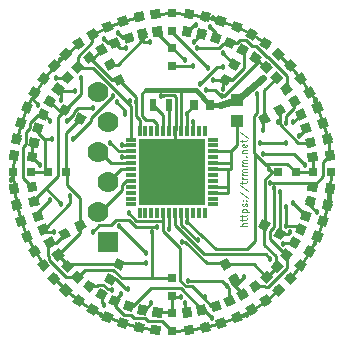
<source format=gtl>
G04 #@! TF.GenerationSoftware,KiCad,Pcbnew,5.0.2-bee76a0~70~ubuntu18.04.1*
G04 #@! TF.CreationDate,2019-09-23T19:43:07+01:00*
G04 #@! TF.ProjectId,charliewatch-norf-routed,63686172-6c69-4657-9761-7463682d6e6f,rev?*
G04 #@! TF.SameCoordinates,Original*
G04 #@! TF.FileFunction,Copper,L1,Top*
G04 #@! TF.FilePolarity,Positive*
%FSLAX46Y46*%
G04 Gerber Fmt 4.6, Leading zero omitted, Abs format (unit mm)*
G04 Created by KiCad (PCBNEW 5.0.2-bee76a0~70~ubuntu18.04.1) date Mon 23 Sep 2019 19:43:07 BST*
%MOMM*%
%LPD*%
G01*
G04 APERTURE LIST*
G04 #@! TA.AperFunction,NonConductor*
%ADD10C,0.048768*%
G04 #@! TD*
G04 #@! TA.AperFunction,ComponentPad*
%ADD11R,1.778000X1.778000*%
G04 #@! TD*
G04 #@! TA.AperFunction,ComponentPad*
%ADD12C,1.778000*%
G04 #@! TD*
G04 #@! TA.AperFunction,SMDPad,CuDef*
%ADD13C,0.800000*%
G04 #@! TD*
G04 #@! TA.AperFunction,Conductor*
%ADD14C,0.100000*%
G04 #@! TD*
G04 #@! TA.AperFunction,SMDPad,CuDef*
%ADD15R,0.800000X0.800000*%
G04 #@! TD*
G04 #@! TA.AperFunction,SMDPad,CuDef*
%ADD16R,0.600000X1.100000*%
G04 #@! TD*
G04 #@! TA.AperFunction,SMDPad,CuDef*
%ADD17R,5.588000X5.588000*%
G04 #@! TD*
G04 #@! TA.AperFunction,SMDPad,CuDef*
%ADD18R,0.304800X0.812800*%
G04 #@! TD*
G04 #@! TA.AperFunction,SMDPad,CuDef*
%ADD19R,0.812800X0.304800*%
G04 #@! TD*
G04 #@! TA.AperFunction,SMDPad,CuDef*
%ADD20R,0.700000X0.900000*%
G04 #@! TD*
G04 #@! TA.AperFunction,SMDPad,CuDef*
%ADD21R,1.100000X1.000000*%
G04 #@! TD*
G04 #@! TA.AperFunction,SMDPad,CuDef*
%ADD22R,1.000000X1.000000*%
G04 #@! TD*
G04 #@! TA.AperFunction,SMDPad,CuDef*
%ADD23C,1.000000*%
G04 #@! TD*
G04 #@! TA.AperFunction,ViaPad*
%ADD24C,0.457200*%
G04 #@! TD*
G04 #@! TA.AperFunction,Conductor*
%ADD25C,0.254000*%
G04 #@! TD*
G04 #@! TA.AperFunction,Conductor*
%ADD26C,0.406400*%
G04 #@! TD*
G04 #@! TA.AperFunction,Conductor*
%ADD27C,0.609600*%
G04 #@! TD*
G04 APERTURE END LIST*
D10*
X154823522Y-109596515D02*
X154244402Y-109596515D01*
X154823522Y-109348320D02*
X154520174Y-109348320D01*
X154465020Y-109375897D01*
X154437442Y-109431052D01*
X154437442Y-109513783D01*
X154465020Y-109568937D01*
X154492597Y-109596515D01*
X154437442Y-109155280D02*
X154437442Y-108934663D01*
X154244402Y-109072549D02*
X154740791Y-109072549D01*
X154795945Y-109044972D01*
X154823522Y-108989817D01*
X154823522Y-108934663D01*
X154437442Y-108824355D02*
X154437442Y-108603737D01*
X154244402Y-108741623D02*
X154740791Y-108741623D01*
X154795945Y-108714046D01*
X154823522Y-108658892D01*
X154823522Y-108603737D01*
X154437442Y-108410697D02*
X155016562Y-108410697D01*
X154465020Y-108410697D02*
X154437442Y-108355543D01*
X154437442Y-108245235D01*
X154465020Y-108190080D01*
X154492597Y-108162503D01*
X154547751Y-108134926D01*
X154713214Y-108134926D01*
X154768368Y-108162503D01*
X154795945Y-108190080D01*
X154823522Y-108245235D01*
X154823522Y-108355543D01*
X154795945Y-108410697D01*
X154795945Y-107914309D02*
X154823522Y-107859155D01*
X154823522Y-107748846D01*
X154795945Y-107693692D01*
X154740791Y-107666115D01*
X154713214Y-107666115D01*
X154658060Y-107693692D01*
X154630482Y-107748846D01*
X154630482Y-107831577D01*
X154602905Y-107886732D01*
X154547751Y-107914309D01*
X154520174Y-107914309D01*
X154465020Y-107886732D01*
X154437442Y-107831577D01*
X154437442Y-107748846D01*
X154465020Y-107693692D01*
X154768368Y-107417920D02*
X154795945Y-107390343D01*
X154823522Y-107417920D01*
X154795945Y-107445497D01*
X154768368Y-107417920D01*
X154823522Y-107417920D01*
X154465020Y-107417920D02*
X154492597Y-107390343D01*
X154520174Y-107417920D01*
X154492597Y-107445497D01*
X154465020Y-107417920D01*
X154520174Y-107417920D01*
X154216825Y-106728492D02*
X154961408Y-107224880D01*
X154216825Y-106121795D02*
X154961408Y-106618183D01*
X154437442Y-106011486D02*
X154437442Y-105790869D01*
X154244402Y-105928755D02*
X154740791Y-105928755D01*
X154795945Y-105901177D01*
X154823522Y-105846023D01*
X154823522Y-105790869D01*
X154823522Y-105597829D02*
X154437442Y-105597829D01*
X154547751Y-105597829D02*
X154492597Y-105570252D01*
X154465020Y-105542675D01*
X154437442Y-105487520D01*
X154437442Y-105432366D01*
X154823522Y-105239326D02*
X154437442Y-105239326D01*
X154492597Y-105239326D02*
X154465020Y-105211749D01*
X154437442Y-105156595D01*
X154437442Y-105073863D01*
X154465020Y-105018709D01*
X154520174Y-104991132D01*
X154823522Y-104991132D01*
X154520174Y-104991132D02*
X154465020Y-104963555D01*
X154437442Y-104908400D01*
X154437442Y-104825669D01*
X154465020Y-104770515D01*
X154520174Y-104742937D01*
X154823522Y-104742937D01*
X154823522Y-104467166D02*
X154437442Y-104467166D01*
X154492597Y-104467166D02*
X154465020Y-104439589D01*
X154437442Y-104384435D01*
X154437442Y-104301703D01*
X154465020Y-104246549D01*
X154520174Y-104218972D01*
X154823522Y-104218972D01*
X154520174Y-104218972D02*
X154465020Y-104191395D01*
X154437442Y-104136240D01*
X154437442Y-104053509D01*
X154465020Y-103998355D01*
X154520174Y-103970777D01*
X154823522Y-103970777D01*
X154768368Y-103695006D02*
X154795945Y-103667429D01*
X154823522Y-103695006D01*
X154795945Y-103722583D01*
X154768368Y-103695006D01*
X154823522Y-103695006D01*
X154437442Y-103419235D02*
X154823522Y-103419235D01*
X154492597Y-103419235D02*
X154465020Y-103391657D01*
X154437442Y-103336503D01*
X154437442Y-103253772D01*
X154465020Y-103198617D01*
X154520174Y-103171040D01*
X154823522Y-103171040D01*
X154795945Y-102674652D02*
X154823522Y-102729806D01*
X154823522Y-102840115D01*
X154795945Y-102895269D01*
X154740791Y-102922846D01*
X154520174Y-102922846D01*
X154465020Y-102895269D01*
X154437442Y-102840115D01*
X154437442Y-102729806D01*
X154465020Y-102674652D01*
X154520174Y-102647075D01*
X154575328Y-102647075D01*
X154630482Y-102922846D01*
X154437442Y-102481612D02*
X154437442Y-102260995D01*
X154244402Y-102398880D02*
X154740791Y-102398880D01*
X154795945Y-102371303D01*
X154823522Y-102316149D01*
X154823522Y-102260995D01*
X154216825Y-101654297D02*
X154961408Y-102150686D01*
D11*
G04 #@! TO.P,JP1,1*
G04 #@! TO.N,GND*
X143103600Y-110909100D03*
D12*
G04 #@! TO.P,JP1,2*
G04 #@! TO.N,BSL_VCC*
X142214600Y-108369100D03*
G04 #@! TO.P,JP1,3*
G04 #@! TO.N,BSL_RX*
X143103600Y-105829100D03*
G04 #@! TO.P,JP1,4*
G04 #@! TO.N,BSL_TX*
X142214600Y-103289100D03*
G04 #@! TO.P,JP1,5*
G04 #@! TO.N,BSL_TEST*
X143103600Y-100749100D03*
G04 #@! TO.P,JP1,6*
G04 #@! TO.N,BSL_RST*
X142214600Y-98209100D03*
G04 #@! TD*
D13*
G04 #@! TO.P,LED0,A*
G04 #@! TO.N,B0*
X147094285Y-91626291D03*
D14*
G04 #@! TD*
G04 #@! TO.N,B0*
G04 #@! TO.C,LED0*
G36*
X147450282Y-91186671D02*
X147533905Y-91982288D01*
X146738288Y-92065911D01*
X146654665Y-91270294D01*
X147450282Y-91186671D01*
X147450282Y-91186671D01*
G37*
D13*
G04 #@! TO.P,LED0,C*
G04 #@! TO.N,B1*
X147251077Y-93118073D03*
D14*
G04 #@! TD*
G04 #@! TO.N,B1*
G04 #@! TO.C,LED0*
G36*
X147607074Y-92678453D02*
X147690697Y-93474070D01*
X146895080Y-93557693D01*
X146811457Y-92762076D01*
X147607074Y-92678453D01*
X147607074Y-92678453D01*
G37*
D15*
G04 #@! TO.P,LED1,A*
G04 #@! TO.N,B0*
X148501100Y-91553600D03*
G04 #@! TO.P,LED1,C*
G04 #@! TO.N,B2*
X148501100Y-93053600D03*
G04 #@! TD*
D13*
G04 #@! TO.P,LED25,A*
G04 #@! TO.N,B3*
X149907914Y-118380910D03*
D14*
G04 #@! TD*
G04 #@! TO.N,B3*
G04 #@! TO.C,LED25*
G36*
X149551917Y-118820530D02*
X149468294Y-118024913D01*
X150263911Y-117941290D01*
X150347534Y-118736907D01*
X149551917Y-118820530D01*
X149551917Y-118820530D01*
G37*
D13*
G04 #@! TO.P,LED25,C*
G04 #@! TO.N,B1*
X149751122Y-116889128D03*
D14*
G04 #@! TD*
G04 #@! TO.N,B1*
G04 #@! TO.C,LED25*
G36*
X149395125Y-117328748D02*
X149311502Y-116533131D01*
X150107119Y-116449508D01*
X150190742Y-117245125D01*
X149395125Y-117328748D01*
X149395125Y-117328748D01*
G37*
D13*
G04 #@! TO.P,LED26,A*
G04 #@! TO.N,B3*
X151298634Y-118160352D03*
D14*
G04 #@! TD*
G04 #@! TO.N,B3*
G04 #@! TO.C,LED26*
G36*
X150990540Y-118634776D02*
X150824210Y-117852258D01*
X151606728Y-117685928D01*
X151773058Y-118468446D01*
X150990540Y-118634776D01*
X150990540Y-118634776D01*
G37*
D13*
G04 #@! TO.P,LED26,C*
G04 #@! TO.N,B2*
X150986766Y-116693130D03*
D14*
G04 #@! TD*
G04 #@! TO.N,B2*
G04 #@! TO.C,LED26*
G36*
X150678672Y-117167554D02*
X150512342Y-116385036D01*
X151294860Y-116218706D01*
X151461190Y-117001224D01*
X150678672Y-117167554D01*
X150678672Y-117167554D01*
G37*
D13*
G04 #@! TO.P,LED3,A*
G04 #@! TO.N,B0*
X151298634Y-91846849D03*
D14*
G04 #@! TD*
G04 #@! TO.N,B0*
G04 #@! TO.C,LED3*
G36*
X151773058Y-91538755D02*
X151606728Y-92321273D01*
X150824210Y-92154943D01*
X150990540Y-91372425D01*
X151773058Y-91538755D01*
X151773058Y-91538755D01*
G37*
D13*
G04 #@! TO.P,LED3,C*
G04 #@! TO.N,B4*
X150986766Y-93314071D03*
D14*
G04 #@! TD*
G04 #@! TO.N,B4*
G04 #@! TO.C,LED3*
G36*
X151461190Y-93005977D02*
X151294860Y-93788495D01*
X150512342Y-93622165D01*
X150678672Y-92839647D01*
X151461190Y-93005977D01*
X151461190Y-93005977D01*
G37*
D13*
G04 #@! TO.P,LED11,A*
G04 #@! TO.N,B1*
X160788977Y-99532189D03*
D14*
G04 #@! TD*
G04 #@! TO.N,B1*
G04 #@! TO.C,LED11*
G36*
X161317090Y-99734913D02*
X160586253Y-100060302D01*
X160260864Y-99329465D01*
X160991701Y-99004076D01*
X161317090Y-99734913D01*
X161317090Y-99734913D01*
G37*
D13*
G04 #@! TO.P,LED11,C*
G04 #@! TO.N,B4*
X159418659Y-100142293D03*
D14*
G04 #@! TD*
G04 #@! TO.N,B4*
G04 #@! TO.C,LED11*
G36*
X159946772Y-100345017D02*
X159215935Y-100670406D01*
X158890546Y-99939569D01*
X159621383Y-99614180D01*
X159946772Y-100345017D01*
X159946772Y-100345017D01*
G37*
D13*
G04 #@! TO.P,LED19,A*
G04 #@! TO.N,B2*
X161292092Y-109159663D03*
D14*
G04 #@! TD*
G04 #@! TO.N,B2*
G04 #@! TO.C,LED19*
G36*
X161548908Y-109663692D02*
X160788063Y-109416479D01*
X161035276Y-108655634D01*
X161796121Y-108902847D01*
X161548908Y-109663692D01*
X161548908Y-109663692D01*
G37*
D13*
G04 #@! TO.P,LED19,C*
G04 #@! TO.N,B4*
X159865508Y-108696137D03*
D14*
G04 #@! TD*
G04 #@! TO.N,B4*
G04 #@! TO.C,LED19*
G36*
X160122324Y-109200166D02*
X159361479Y-108952953D01*
X159608692Y-108192108D01*
X160369537Y-108439321D01*
X160122324Y-109200166D01*
X160122324Y-109200166D01*
G37*
D13*
G04 #@! TO.P,LED27,A*
G04 #@! TO.N,B3*
X152657163Y-117794592D03*
D14*
G04 #@! TD*
G04 #@! TO.N,B3*
G04 #@! TO.C,LED27*
G36*
X152400347Y-118298621D02*
X152153134Y-117537776D01*
X152913979Y-117290563D01*
X153161192Y-118051408D01*
X152400347Y-118298621D01*
X152400347Y-118298621D01*
G37*
D13*
G04 #@! TO.P,LED27,C*
G04 #@! TO.N,B4*
X152193637Y-116368008D03*
D14*
G04 #@! TD*
G04 #@! TO.N,B4*
G04 #@! TO.C,LED27*
G36*
X151936821Y-116872037D02*
X151689608Y-116111192D01*
X152450453Y-115863979D01*
X152697666Y-116624824D01*
X151936821Y-116872037D01*
X151936821Y-116872037D01*
G37*
D13*
G04 #@! TO.P,LED32,A*
G04 #@! TO.N,B4*
X147094285Y-118380910D03*
D14*
G04 #@! TD*
G04 #@! TO.N,B4*
G04 #@! TO.C,LED32*
G36*
X146654665Y-118736907D02*
X146738288Y-117941290D01*
X147533905Y-118024913D01*
X147450282Y-118820530D01*
X146654665Y-118736907D01*
X146654665Y-118736907D01*
G37*
D13*
G04 #@! TO.P,LED32,C*
G04 #@! TO.N,B0*
X147251077Y-116889128D03*
D14*
G04 #@! TD*
G04 #@! TO.N,B0*
G04 #@! TO.C,LED32*
G36*
X146811457Y-117245125D02*
X146895080Y-116449508D01*
X147690697Y-116533131D01*
X147607074Y-117328748D01*
X146811457Y-117245125D01*
X146811457Y-117245125D01*
G37*
D13*
G04 #@! TO.P,LED33,A*
G04 #@! TO.N,B4*
X145703566Y-118160352D03*
D14*
G04 #@! TD*
G04 #@! TO.N,B4*
G04 #@! TO.C,LED33*
G36*
X145229142Y-118468446D02*
X145395472Y-117685928D01*
X146177990Y-117852258D01*
X146011660Y-118634776D01*
X145229142Y-118468446D01*
X145229142Y-118468446D01*
G37*
D13*
G04 #@! TO.P,LED33,C*
G04 #@! TO.N,B1*
X146015434Y-116693130D03*
D14*
G04 #@! TD*
G04 #@! TO.N,B1*
G04 #@! TO.C,LED33*
G36*
X145541010Y-117001224D02*
X145707340Y-116218706D01*
X146489858Y-116385036D01*
X146323528Y-117167554D01*
X145541010Y-117001224D01*
X145541010Y-117001224D01*
G37*
D13*
G04 #@! TO.P,LED34,A*
G04 #@! TO.N,B4*
X144345037Y-117794592D03*
D14*
G04 #@! TD*
G04 #@! TO.N,B4*
G04 #@! TO.C,LED34*
G36*
X143841008Y-118051408D02*
X144088221Y-117290563D01*
X144849066Y-117537776D01*
X144601853Y-118298621D01*
X143841008Y-118051408D01*
X143841008Y-118051408D01*
G37*
D13*
G04 #@! TO.P,LED34,C*
G04 #@! TO.N,B2*
X144808563Y-116368008D03*
D14*
G04 #@! TD*
G04 #@! TO.N,B2*
G04 #@! TO.C,LED34*
G36*
X144304534Y-116624824D02*
X144551747Y-115863979D01*
X145312592Y-116111192D01*
X145065379Y-116872037D01*
X144304534Y-116624824D01*
X144304534Y-116624824D01*
G37*
D13*
G04 #@! TO.P,LED35,A*
G04 #@! TO.N,B4*
X143029688Y-117291478D03*
D14*
G04 #@! TD*
G04 #@! TO.N,B4*
G04 #@! TO.C,LED35*
G36*
X142501575Y-117494202D02*
X142826964Y-116763365D01*
X143557801Y-117088754D01*
X143232412Y-117819591D01*
X142501575Y-117494202D01*
X142501575Y-117494202D01*
G37*
D13*
G04 #@! TO.P,LED35,C*
G04 #@! TO.N,B3*
X143639792Y-115921160D03*
D14*
G04 #@! TD*
G04 #@! TO.N,B3*
G04 #@! TO.C,LED35*
G36*
X143111679Y-116123884D02*
X143437068Y-115393047D01*
X144167905Y-115718436D01*
X143842516Y-116449273D01*
X143111679Y-116123884D01*
X143111679Y-116123884D01*
G37*
D13*
G04 #@! TO.P,LED2,A*
G04 #@! TO.N,B0*
X149907914Y-91626291D03*
D14*
G04 #@! TD*
G04 #@! TO.N,B0*
G04 #@! TO.C,LED2*
G36*
X150347534Y-91270294D02*
X150263911Y-92065911D01*
X149468294Y-91982288D01*
X149551917Y-91186671D01*
X150347534Y-91270294D01*
X150347534Y-91270294D01*
G37*
D13*
G04 #@! TO.P,LED2,C*
G04 #@! TO.N,B3*
X149751122Y-93118073D03*
D14*
G04 #@! TD*
G04 #@! TO.N,B3*
G04 #@! TO.C,LED2*
G36*
X150190742Y-92762076D02*
X150107119Y-93557693D01*
X149311502Y-93474070D01*
X149395125Y-92678453D01*
X150190742Y-92762076D01*
X150190742Y-92762076D01*
G37*
D13*
G04 #@! TO.P,LED48,A*
G04 #@! TO.N,B6*
X135344348Y-102206066D03*
D14*
G04 #@! TD*
G04 #@! TO.N,B6*
G04 #@! TO.C,LED48*
G36*
X135036254Y-101731642D02*
X135818772Y-101897972D01*
X135652442Y-102680490D01*
X134869924Y-102514160D01*
X135036254Y-101731642D01*
X135036254Y-101731642D01*
G37*
D13*
G04 #@! TO.P,LED48,C*
G04 #@! TO.N,B0*
X136811570Y-102517934D03*
D14*
G04 #@! TD*
G04 #@! TO.N,B0*
G04 #@! TO.C,LED48*
G36*
X136503476Y-102043510D02*
X137285994Y-102209840D01*
X137119664Y-102992358D01*
X136337146Y-102826028D01*
X136503476Y-102043510D01*
X136503476Y-102043510D01*
G37*
D15*
G04 #@! TO.P,LED56,A*
G04 #@! TO.N,B7*
X148501100Y-114004660D03*
G04 #@! TO.P,LED56,C*
G04 #@! TO.N,B0*
X148501100Y-115504660D03*
G04 #@! TD*
G04 #@! TO.P,LED64,A*
G04 #@! TO.N,B8*
X157502159Y-105003600D03*
G04 #@! TO.P,LED64,C*
G04 #@! TO.N,B0*
X159002159Y-105003600D03*
G04 #@! TD*
G04 #@! TO.P,LED41,A*
G04 #@! TO.N,B5*
X135051100Y-105003600D03*
G04 #@! TO.P,LED41,C*
G04 #@! TO.N,B1*
X136551100Y-105003600D03*
G04 #@! TD*
G04 #@! TO.P,LED57,A*
G04 #@! TO.N,B7*
X148501100Y-96002541D03*
G04 #@! TO.P,LED57,C*
G04 #@! TO.N,B1*
X148501100Y-94502541D03*
G04 #@! TD*
G04 #@! TO.P,LED65,A*
G04 #@! TO.N,B8*
X139500040Y-105003600D03*
G04 #@! TO.P,LED65,C*
G04 #@! TO.N,B1*
X138000040Y-105003600D03*
G04 #@! TD*
D13*
G04 #@! TO.P,LED42,A*
G04 #@! TO.N,B5*
X135123790Y-106410415D03*
D14*
G04 #@! TD*
G04 #@! TO.N,B5*
G04 #@! TO.C,LED42*
G36*
X134684170Y-106054418D02*
X135479787Y-105970795D01*
X135563410Y-106766412D01*
X134767793Y-106850035D01*
X134684170Y-106054418D01*
X134684170Y-106054418D01*
G37*
D13*
G04 #@! TO.P,LED42,C*
G04 #@! TO.N,B2*
X136615572Y-106253623D03*
D14*
G04 #@! TD*
G04 #@! TO.N,B2*
G04 #@! TO.C,LED42*
G36*
X136175952Y-105897626D02*
X136971569Y-105814003D01*
X137055192Y-106609620D01*
X136259575Y-106693243D01*
X136175952Y-105897626D01*
X136175952Y-105897626D01*
G37*
D13*
G04 #@! TO.P,LED50,A*
G04 #@! TO.N,B6*
X136213222Y-99532189D03*
D14*
G04 #@! TD*
G04 #@! TO.N,B6*
G04 #@! TO.C,LED50*
G36*
X136010498Y-99004076D02*
X136741335Y-99329465D01*
X136415946Y-100060302D01*
X135685109Y-99734913D01*
X136010498Y-99004076D01*
X136010498Y-99004076D01*
G37*
D13*
G04 #@! TO.P,LED50,C*
G04 #@! TO.N,B2*
X137583540Y-100142293D03*
D14*
G04 #@! TD*
G04 #@! TO.N,B2*
G04 #@! TO.C,LED50*
G36*
X137380816Y-99614180D02*
X138111653Y-99939569D01*
X137786264Y-100670406D01*
X137055427Y-100345017D01*
X137380816Y-99614180D01*
X137380816Y-99614180D01*
G37*
D13*
G04 #@! TO.P,LED66,A*
G04 #@! TO.N,B8*
X156294540Y-109502860D03*
D14*
G04 #@! TD*
G04 #@! TO.N,B8*
G04 #@! TO.C,LED66*
G36*
X156148130Y-108956450D02*
X156840950Y-109356450D01*
X156440950Y-110049270D01*
X155748130Y-109649270D01*
X156148130Y-108956450D01*
X156148130Y-108956450D01*
G37*
D13*
G04 #@! TO.P,LED66,C*
G04 #@! TO.N,B2*
X157593578Y-110252860D03*
D14*
G04 #@! TD*
G04 #@! TO.N,B2*
G04 #@! TO.C,LED66*
G36*
X157447168Y-109706450D02*
X158139988Y-110106450D01*
X157739988Y-110799270D01*
X157047168Y-110399270D01*
X157447168Y-109706450D01*
X157447168Y-109706450D01*
G37*
D13*
G04 #@! TO.P,LED43,A*
G04 #@! TO.N,B5*
X135344348Y-107801134D03*
D14*
G04 #@! TD*
G04 #@! TO.N,B5*
G04 #@! TO.C,LED43*
G36*
X134869924Y-107493040D02*
X135652442Y-107326710D01*
X135818772Y-108109228D01*
X135036254Y-108275558D01*
X134869924Y-107493040D01*
X134869924Y-107493040D01*
G37*
D13*
G04 #@! TO.P,LED43,C*
G04 #@! TO.N,B3*
X136811570Y-107489266D03*
D14*
G04 #@! TD*
G04 #@! TO.N,B3*
G04 #@! TO.C,LED43*
G36*
X136337146Y-107181172D02*
X137119664Y-107014842D01*
X137285994Y-107797360D01*
X136503476Y-107963690D01*
X136337146Y-107181172D01*
X136337146Y-107181172D01*
G37*
D13*
G04 #@! TO.P,LED8,A*
G04 #@! TO.N,B1*
X161878409Y-103596786D03*
D14*
G04 #@! TD*
G04 #@! TO.N,B1*
G04 #@! TO.C,LED8*
G36*
X162318029Y-103952783D02*
X161522412Y-104036406D01*
X161438789Y-103240789D01*
X162234406Y-103157166D01*
X162318029Y-103952783D01*
X162318029Y-103952783D01*
G37*
D13*
G04 #@! TO.P,LED8,C*
G04 #@! TO.N,B0*
X160386627Y-103753578D03*
D14*
G04 #@! TD*
G04 #@! TO.N,B0*
G04 #@! TO.C,LED8*
G36*
X160826247Y-104109575D02*
X160030630Y-104193198D01*
X159947007Y-103397581D01*
X160742624Y-103313958D01*
X160826247Y-104109575D01*
X160826247Y-104109575D01*
G37*
D13*
G04 #@! TO.P,LED51,A*
G04 #@! TO.N,B6*
X136853381Y-98278600D03*
D14*
G04 #@! TD*
G04 #@! TO.N,B6*
G04 #@! TO.C,LED51*
G36*
X136706971Y-97732190D02*
X137399791Y-98132190D01*
X136999791Y-98825010D01*
X136306971Y-98425010D01*
X136706971Y-97732190D01*
X136706971Y-97732190D01*
G37*
D13*
G04 #@! TO.P,LED51,C*
G04 #@! TO.N,B3*
X138152419Y-99028600D03*
D14*
G04 #@! TD*
G04 #@! TO.N,B3*
G04 #@! TO.C,LED51*
G36*
X138006009Y-98482190D02*
X138698829Y-98882190D01*
X138298829Y-99575010D01*
X137606009Y-99175010D01*
X138006009Y-98482190D01*
X138006009Y-98482190D01*
G37*
D13*
G04 #@! TO.P,LED59,A*
G04 #@! TO.N,B7*
X153000359Y-97210160D03*
D14*
G04 #@! TD*
G04 #@! TO.N,B7*
G04 #@! TO.C,LED59*
G36*
X152453949Y-97356570D02*
X152853949Y-96663750D01*
X153546769Y-97063750D01*
X153146769Y-97756570D01*
X152453949Y-97356570D01*
X152453949Y-97356570D01*
G37*
D13*
G04 #@! TO.P,LED59,C*
G04 #@! TO.N,B3*
X153750359Y-95911122D03*
D14*
G04 #@! TD*
G04 #@! TO.N,B3*
G04 #@! TO.C,LED59*
G36*
X153203949Y-96057532D02*
X153603949Y-95364712D01*
X154296769Y-95764712D01*
X153896769Y-96457532D01*
X153203949Y-96057532D01*
X153203949Y-96057532D01*
G37*
D13*
G04 #@! TO.P,LED44,A*
G04 #@! TO.N,B5*
X135710108Y-109159663D03*
D14*
G04 #@! TD*
G04 #@! TO.N,B5*
G04 #@! TO.C,LED44*
G36*
X135206079Y-108902847D02*
X135966924Y-108655634D01*
X136214137Y-109416479D01*
X135453292Y-109663692D01*
X135206079Y-108902847D01*
X135206079Y-108902847D01*
G37*
D13*
G04 #@! TO.P,LED44,C*
G04 #@! TO.N,B4*
X137136692Y-108696137D03*
D14*
G04 #@! TD*
G04 #@! TO.N,B4*
G04 #@! TO.C,LED44*
G36*
X136632663Y-108439321D02*
X137393508Y-108192108D01*
X137640721Y-108952953D01*
X136879876Y-109200166D01*
X136632663Y-108439321D01*
X136632663Y-108439321D01*
G37*
D13*
G04 #@! TO.P,LED52,A*
G04 #@! TO.N,B6*
X137620037Y-97097702D03*
D14*
G04 #@! TD*
G04 #@! TO.N,B6*
G04 #@! TO.C,LED52*
G36*
X137531544Y-96538981D02*
X138178758Y-97009209D01*
X137708530Y-97656423D01*
X137061316Y-97186195D01*
X137531544Y-96538981D01*
X137531544Y-96538981D01*
G37*
D13*
G04 #@! TO.P,LED52,C*
G04 #@! TO.N,B4*
X138833563Y-97979380D03*
D14*
G04 #@! TD*
G04 #@! TO.N,B4*
G04 #@! TO.C,LED52*
G36*
X138745070Y-97420659D02*
X139392284Y-97890887D01*
X138922056Y-98538101D01*
X138274842Y-98067873D01*
X138745070Y-97420659D01*
X138745070Y-97420659D01*
G37*
D13*
G04 #@! TO.P,LED60,A*
G04 #@! TO.N,B7*
X145703566Y-91846849D03*
D14*
G04 #@! TD*
G04 #@! TO.N,B7*
G04 #@! TO.C,LED60*
G36*
X146011660Y-91372425D02*
X146177990Y-92154943D01*
X145395472Y-92321273D01*
X145229142Y-91538755D01*
X146011660Y-91372425D01*
X146011660Y-91372425D01*
G37*
D13*
G04 #@! TO.P,LED60,C*
G04 #@! TO.N,B4*
X146015434Y-93314071D03*
D14*
G04 #@! TD*
G04 #@! TO.N,B4*
G04 #@! TO.C,LED60*
G36*
X146323528Y-92839647D02*
X146489858Y-93622165D01*
X145707340Y-93788495D01*
X145541010Y-93005977D01*
X146323528Y-92839647D01*
X146323528Y-92839647D01*
G37*
D13*
G04 #@! TO.P,LED68,A*
G04 #@! TO.N,B8*
X144001840Y-97210160D03*
D14*
G04 #@! TD*
G04 #@! TO.N,B8*
G04 #@! TO.C,LED68*
G36*
X143855430Y-97756570D02*
X143455430Y-97063750D01*
X144148250Y-96663750D01*
X144548250Y-97356570D01*
X143855430Y-97756570D01*
X143855430Y-97756570D01*
G37*
D13*
G04 #@! TO.P,LED68,C*
G04 #@! TO.N,B4*
X143251840Y-95911122D03*
D14*
G04 #@! TD*
G04 #@! TO.N,B4*
G04 #@! TO.C,LED68*
G36*
X143105430Y-96457532D02*
X142705430Y-95764712D01*
X143398250Y-95364712D01*
X143798250Y-96057532D01*
X143105430Y-96457532D01*
X143105430Y-96457532D01*
G37*
D13*
G04 #@! TO.P,LED9,A*
G04 #@! TO.N,B1*
X161657851Y-102206066D03*
D14*
G04 #@! TD*
G04 #@! TO.N,B1*
G04 #@! TO.C,LED9*
G36*
X162132275Y-102514160D02*
X161349757Y-102680490D01*
X161183427Y-101897972D01*
X161965945Y-101731642D01*
X162132275Y-102514160D01*
X162132275Y-102514160D01*
G37*
D13*
G04 #@! TO.P,LED9,C*
G04 #@! TO.N,B2*
X160190629Y-102517934D03*
D14*
G04 #@! TD*
G04 #@! TO.N,B2*
G04 #@! TO.C,LED9*
G36*
X160665053Y-102826028D02*
X159882535Y-102992358D01*
X159716205Y-102209840D01*
X160498723Y-102043510D01*
X160665053Y-102826028D01*
X160665053Y-102826028D01*
G37*
D13*
G04 #@! TO.P,LED12,A*
G04 #@! TO.N,B1*
X160148819Y-98278600D03*
D14*
G04 #@! TD*
G04 #@! TO.N,B1*
G04 #@! TO.C,LED12*
G36*
X160695229Y-98425010D02*
X160002409Y-98825010D01*
X159602409Y-98132190D01*
X160295229Y-97732190D01*
X160695229Y-98425010D01*
X160695229Y-98425010D01*
G37*
D13*
G04 #@! TO.P,LED12,C*
G04 #@! TO.N,B5*
X158849781Y-99028600D03*
D14*
G04 #@! TD*
G04 #@! TO.N,B5*
G04 #@! TO.C,LED12*
G36*
X159396191Y-99175010D02*
X158703371Y-99575010D01*
X158303371Y-98882190D01*
X158996191Y-98482190D01*
X159396191Y-99175010D01*
X159396191Y-99175010D01*
G37*
D13*
G04 #@! TO.P,LED20,A*
G04 #@! TO.N,B2*
X160788977Y-110475012D03*
D14*
G04 #@! TD*
G04 #@! TO.N,B2*
G04 #@! TO.C,LED20*
G36*
X160991701Y-111003125D02*
X160260864Y-110677736D01*
X160586253Y-109946899D01*
X161317090Y-110272288D01*
X160991701Y-111003125D01*
X160991701Y-111003125D01*
G37*
D13*
G04 #@! TO.P,LED20,C*
G04 #@! TO.N,B5*
X159418659Y-109864908D03*
D14*
G04 #@! TD*
G04 #@! TO.N,B5*
G04 #@! TO.C,LED20*
G36*
X159621383Y-110393021D02*
X158890546Y-110067632D01*
X159215935Y-109336795D01*
X159946772Y-109662184D01*
X159621383Y-110393021D01*
X159621383Y-110393021D01*
G37*
D13*
G04 #@! TO.P,LED28,A*
G04 #@! TO.N,B3*
X153972511Y-117291478D03*
D14*
G04 #@! TD*
G04 #@! TO.N,B3*
G04 #@! TO.C,LED28*
G36*
X153769787Y-117819591D02*
X153444398Y-117088754D01*
X154175235Y-116763365D01*
X154500624Y-117494202D01*
X153769787Y-117819591D01*
X153769787Y-117819591D01*
G37*
D13*
G04 #@! TO.P,LED28,C*
G04 #@! TO.N,B5*
X153362407Y-115921160D03*
D14*
G04 #@! TD*
G04 #@! TO.N,B5*
G04 #@! TO.C,LED28*
G36*
X153159683Y-116449273D02*
X152834294Y-115718436D01*
X153565131Y-115393047D01*
X153890520Y-116123884D01*
X153159683Y-116449273D01*
X153159683Y-116449273D01*
G37*
D13*
G04 #@! TO.P,LED5,A*
G04 #@! TO.N,B0*
X153972511Y-92715723D03*
D14*
G04 #@! TD*
G04 #@! TO.N,B0*
G04 #@! TO.C,LED5*
G36*
X154500624Y-92512999D02*
X154175235Y-93243836D01*
X153444398Y-92918447D01*
X153769787Y-92187610D01*
X154500624Y-92512999D01*
X154500624Y-92512999D01*
G37*
D13*
G04 #@! TO.P,LED5,C*
G04 #@! TO.N,B6*
X153362407Y-94086041D03*
D14*
G04 #@! TD*
G04 #@! TO.N,B6*
G04 #@! TO.C,LED5*
G36*
X153890520Y-93883317D02*
X153565131Y-94614154D01*
X152834294Y-94288765D01*
X153159683Y-93557928D01*
X153890520Y-93883317D01*
X153890520Y-93883317D01*
G37*
D13*
G04 #@! TO.P,LED21,A*
G04 #@! TO.N,B2*
X160148819Y-111728600D03*
D14*
G04 #@! TD*
G04 #@! TO.N,B2*
G04 #@! TO.C,LED21*
G36*
X160295229Y-112275010D02*
X159602409Y-111875010D01*
X160002409Y-111182190D01*
X160695229Y-111582190D01*
X160295229Y-112275010D01*
X160295229Y-112275010D01*
G37*
D13*
G04 #@! TO.P,LED21,C*
G04 #@! TO.N,B6*
X158849781Y-110978600D03*
D14*
G04 #@! TD*
G04 #@! TO.N,B6*
G04 #@! TO.C,LED21*
G36*
X158996191Y-111525010D02*
X158303371Y-111125010D01*
X158703371Y-110432190D01*
X159396191Y-110832190D01*
X158996191Y-111525010D01*
X158996191Y-111525010D01*
G37*
D13*
G04 #@! TO.P,LED29,A*
G04 #@! TO.N,B3*
X155226100Y-116651319D03*
D14*
G04 #@! TD*
G04 #@! TO.N,B3*
G04 #@! TO.C,LED29*
G36*
X155079690Y-117197729D02*
X154679690Y-116504909D01*
X155372510Y-116104909D01*
X155772510Y-116797729D01*
X155079690Y-117197729D01*
X155079690Y-117197729D01*
G37*
D13*
G04 #@! TO.P,LED29,C*
G04 #@! TO.N,B6*
X154476100Y-115352281D03*
D14*
G04 #@! TD*
G04 #@! TO.N,B6*
G04 #@! TO.C,LED29*
G36*
X154329690Y-115898691D02*
X153929690Y-115205871D01*
X154622510Y-114805871D01*
X155022510Y-115498691D01*
X154329690Y-115898691D01*
X154329690Y-115898691D01*
G37*
D13*
G04 #@! TO.P,LED6,A*
G04 #@! TO.N,B0*
X155226100Y-93355881D03*
D14*
G04 #@! TD*
G04 #@! TO.N,B0*
G04 #@! TO.C,LED6*
G36*
X155772510Y-93209471D02*
X155372510Y-93902291D01*
X154679690Y-93502291D01*
X155079690Y-92809471D01*
X155772510Y-93209471D01*
X155772510Y-93209471D01*
G37*
D13*
G04 #@! TO.P,LED6,C*
G04 #@! TO.N,B7*
X154476100Y-94654919D03*
D14*
G04 #@! TD*
G04 #@! TO.N,B7*
G04 #@! TO.C,LED6*
G36*
X155022510Y-94508509D02*
X154622510Y-95201329D01*
X153929690Y-94801329D01*
X154329690Y-94108509D01*
X155022510Y-94508509D01*
X155022510Y-94508509D01*
G37*
D13*
G04 #@! TO.P,LED14,A*
G04 #@! TO.N,B1*
X158497099Y-96002912D03*
D14*
G04 #@! TD*
G04 #@! TO.N,B1*
G04 #@! TO.C,LED14*
G36*
X159062009Y-96032518D02*
X158467493Y-96567822D01*
X157932189Y-95973306D01*
X158526705Y-95438002D01*
X159062009Y-96032518D01*
X159062009Y-96032518D01*
G37*
D13*
G04 #@! TO.P,LED14,C*
G04 #@! TO.N,B7*
X157382381Y-97006608D03*
D14*
G04 #@! TD*
G04 #@! TO.N,B7*
G04 #@! TO.C,LED14*
G36*
X157947291Y-97036214D02*
X157352775Y-97571518D01*
X156817471Y-96977002D01*
X157411987Y-96441698D01*
X157947291Y-97036214D01*
X157947291Y-97036214D01*
G37*
D13*
G04 #@! TO.P,LED30,A*
G04 #@! TO.N,B3*
X156406998Y-115884663D03*
D14*
G04 #@! TD*
G04 #@! TO.N,B3*
G04 #@! TO.C,LED30*
G36*
X156318505Y-116443384D02*
X155848277Y-115796170D01*
X156495491Y-115325942D01*
X156965719Y-115973156D01*
X156318505Y-116443384D01*
X156318505Y-116443384D01*
G37*
D13*
G04 #@! TO.P,LED30,C*
G04 #@! TO.N,B7*
X155525320Y-114671137D03*
D14*
G04 #@! TD*
G04 #@! TO.N,B7*
G04 #@! TO.C,LED30*
G36*
X155436827Y-115229858D02*
X154966599Y-114582644D01*
X155613813Y-114112416D01*
X156084041Y-114759630D01*
X155436827Y-115229858D01*
X155436827Y-115229858D01*
G37*
D13*
G04 #@! TO.P,LED7,A*
G04 #@! TO.N,B0*
X156406998Y-94122537D03*
D14*
G04 #@! TD*
G04 #@! TO.N,B0*
G04 #@! TO.C,LED7*
G36*
X156965719Y-94034044D02*
X156495491Y-94681258D01*
X155848277Y-94211030D01*
X156318505Y-93563816D01*
X156965719Y-94034044D01*
X156965719Y-94034044D01*
G37*
D13*
G04 #@! TO.P,LED7,C*
G04 #@! TO.N,B8*
X155525320Y-95336063D03*
D14*
G04 #@! TD*
G04 #@! TO.N,B8*
G04 #@! TO.C,LED7*
G36*
X156084041Y-95247570D02*
X155613813Y-95894784D01*
X154966599Y-95424556D01*
X155436827Y-94777342D01*
X156084041Y-95247570D01*
X156084041Y-95247570D01*
G37*
D13*
G04 #@! TO.P,LED10,A*
G04 #@! TO.N,B1*
X161292092Y-100847537D03*
D14*
G04 #@! TD*
G04 #@! TO.N,B1*
G04 #@! TO.C,LED10*
G36*
X161796121Y-101104353D02*
X161035276Y-101351566D01*
X160788063Y-100590721D01*
X161548908Y-100343508D01*
X161796121Y-101104353D01*
X161796121Y-101104353D01*
G37*
D13*
G04 #@! TO.P,LED10,C*
G04 #@! TO.N,B3*
X159865508Y-101311063D03*
D14*
G04 #@! TD*
G04 #@! TO.N,B3*
G04 #@! TO.C,LED10*
G36*
X160369537Y-101567879D02*
X159608692Y-101815092D01*
X159361479Y-101054247D01*
X160122324Y-100807034D01*
X160369537Y-101567879D01*
X160369537Y-101567879D01*
G37*
D13*
G04 #@! TO.P,LED15,A*
G04 #@! TO.N,B1*
X157501788Y-95007601D03*
D14*
G04 #@! TD*
G04 #@! TO.N,B1*
G04 #@! TO.C,LED15*
G36*
X158066698Y-94977995D02*
X157531394Y-95572511D01*
X156936878Y-95037207D01*
X157472182Y-94442691D01*
X158066698Y-94977995D01*
X158066698Y-94977995D01*
G37*
D13*
G04 #@! TO.P,LED15,C*
G04 #@! TO.N,B8*
X156498092Y-96122319D03*
D14*
G04 #@! TD*
G04 #@! TO.N,B8*
G04 #@! TO.C,LED15*
G36*
X157063002Y-96092713D02*
X156527698Y-96687229D01*
X155933182Y-96151925D01*
X156468486Y-95557409D01*
X157063002Y-96092713D01*
X157063002Y-96092713D01*
G37*
D13*
G04 #@! TO.P,LED23,A*
G04 #@! TO.N,B2*
X158497099Y-114004289D03*
D14*
G04 #@! TD*
G04 #@! TO.N,B2*
G04 #@! TO.C,LED23*
G36*
X158526705Y-114569199D02*
X157932189Y-114033895D01*
X158467493Y-113439379D01*
X159062009Y-113974683D01*
X158526705Y-114569199D01*
X158526705Y-114569199D01*
G37*
D13*
G04 #@! TO.P,LED23,C*
G04 #@! TO.N,B8*
X157382381Y-113000593D03*
D14*
G04 #@! TD*
G04 #@! TO.N,B8*
G04 #@! TO.C,LED23*
G36*
X157411987Y-113565503D02*
X156817471Y-113030199D01*
X157352775Y-112435683D01*
X157947291Y-112970987D01*
X157411987Y-113565503D01*
X157411987Y-113565503D01*
G37*
D13*
G04 #@! TO.P,LED36,A*
G04 #@! TO.N,B4*
X141776100Y-116651319D03*
D14*
G04 #@! TD*
G04 #@! TO.N,B4*
G04 #@! TO.C,LED36*
G36*
X141229690Y-116797729D02*
X141629690Y-116104909D01*
X142322510Y-116504909D01*
X141922510Y-117197729D01*
X141229690Y-116797729D01*
X141229690Y-116797729D01*
G37*
D13*
G04 #@! TO.P,LED36,C*
G04 #@! TO.N,B5*
X142526100Y-115352281D03*
D14*
G04 #@! TD*
G04 #@! TO.N,B5*
G04 #@! TO.C,LED36*
G36*
X141979690Y-115498691D02*
X142379690Y-114805871D01*
X143072510Y-115205871D01*
X142672510Y-115898691D01*
X141979690Y-115498691D01*
X141979690Y-115498691D01*
G37*
D13*
G04 #@! TO.P,LED37,A*
G04 #@! TO.N,B4*
X140595201Y-115884663D03*
D14*
G04 #@! TD*
G04 #@! TO.N,B4*
G04 #@! TO.C,LED37*
G36*
X140036480Y-115973156D02*
X140506708Y-115325942D01*
X141153922Y-115796170D01*
X140683694Y-116443384D01*
X140036480Y-115973156D01*
X140036480Y-115973156D01*
G37*
D13*
G04 #@! TO.P,LED37,C*
G04 #@! TO.N,B6*
X141476879Y-114671137D03*
D14*
G04 #@! TD*
G04 #@! TO.N,B6*
G04 #@! TO.C,LED37*
G36*
X140918158Y-114759630D02*
X141388386Y-114112416D01*
X142035600Y-114582644D01*
X141565372Y-115229858D01*
X140918158Y-114759630D01*
X140918158Y-114759630D01*
G37*
D13*
G04 #@! TO.P,LED38,A*
G04 #@! TO.N,B4*
X139500411Y-114999600D03*
D14*
G04 #@! TD*
G04 #@! TO.N,B4*
G04 #@! TO.C,LED38*
G36*
X138935501Y-115029206D02*
X139470805Y-114434690D01*
X140065321Y-114969994D01*
X139530017Y-115564510D01*
X138935501Y-115029206D01*
X138935501Y-115029206D01*
G37*
D13*
G04 #@! TO.P,LED38,C*
G04 #@! TO.N,B7*
X140504107Y-113884882D03*
D14*
G04 #@! TD*
G04 #@! TO.N,B7*
G04 #@! TO.C,LED38*
G36*
X139939197Y-113914488D02*
X140474501Y-113319972D01*
X141069017Y-113855276D01*
X140533713Y-114449792D01*
X139939197Y-113914488D01*
X139939197Y-113914488D01*
G37*
D13*
G04 #@! TO.P,LED39,A*
G04 #@! TO.N,B4*
X138505100Y-114004289D03*
D14*
G04 #@! TD*
G04 #@! TO.N,B4*
G04 #@! TO.C,LED39*
G36*
X137940190Y-113974683D02*
X138534706Y-113439379D01*
X139070010Y-114033895D01*
X138475494Y-114569199D01*
X137940190Y-113974683D01*
X137940190Y-113974683D01*
G37*
D13*
G04 #@! TO.P,LED39,C*
G04 #@! TO.N,B8*
X139619818Y-113000593D03*
D14*
G04 #@! TD*
G04 #@! TO.N,B8*
G04 #@! TO.C,LED39*
G36*
X139054908Y-112970987D02*
X139649424Y-112435683D01*
X140184728Y-113030199D01*
X139590212Y-113565503D01*
X139054908Y-112970987D01*
X139054908Y-112970987D01*
G37*
D15*
G04 #@! TO.P,LED16,A*
G04 #@! TO.N,B2*
X161951100Y-105003600D03*
G04 #@! TO.P,LED16,C*
G04 #@! TO.N,B0*
X160451100Y-105003600D03*
G04 #@! TD*
D13*
G04 #@! TO.P,LED53,A*
G04 #@! TO.N,B6*
X138505100Y-96002912D03*
D14*
G04 #@! TD*
G04 #@! TO.N,B6*
G04 #@! TO.C,LED53*
G36*
X138475494Y-95438002D02*
X139070010Y-95973306D01*
X138534706Y-96567822D01*
X137940190Y-96032518D01*
X138475494Y-95438002D01*
X138475494Y-95438002D01*
G37*
D13*
G04 #@! TO.P,LED53,C*
G04 #@! TO.N,B5*
X139619818Y-97006608D03*
D14*
G04 #@! TD*
G04 #@! TO.N,B5*
G04 #@! TO.C,LED53*
G36*
X139590212Y-96441698D02*
X140184728Y-96977002D01*
X139649424Y-97571518D01*
X139054908Y-97036214D01*
X139590212Y-96441698D01*
X139590212Y-96441698D01*
G37*
D13*
G04 #@! TO.P,LED61,A*
G04 #@! TO.N,B7*
X144345037Y-92212608D03*
D14*
G04 #@! TD*
G04 #@! TO.N,B7*
G04 #@! TO.C,LED61*
G36*
X144601853Y-91708579D02*
X144849066Y-92469424D01*
X144088221Y-92716637D01*
X143841008Y-91955792D01*
X144601853Y-91708579D01*
X144601853Y-91708579D01*
G37*
D13*
G04 #@! TO.P,LED61,C*
G04 #@! TO.N,B5*
X144808563Y-93639192D03*
D14*
G04 #@! TD*
G04 #@! TO.N,B5*
G04 #@! TO.C,LED61*
G36*
X145065379Y-93135163D02*
X145312592Y-93896008D01*
X144551747Y-94143221D01*
X144304534Y-93382376D01*
X145065379Y-93135163D01*
X145065379Y-93135163D01*
G37*
D13*
G04 #@! TO.P,LED69,A*
G04 #@! TO.N,B8*
X144001840Y-112797041D03*
D14*
G04 #@! TD*
G04 #@! TO.N,B8*
G04 #@! TO.C,LED69*
G36*
X144548250Y-112650631D02*
X144148250Y-113343451D01*
X143455430Y-112943451D01*
X143855430Y-112250631D01*
X144548250Y-112650631D01*
X144548250Y-112650631D01*
G37*
D13*
G04 #@! TO.P,LED69,C*
G04 #@! TO.N,B5*
X143251840Y-114096079D03*
D14*
G04 #@! TD*
G04 #@! TO.N,B5*
G04 #@! TO.C,LED69*
G36*
X143798250Y-113949669D02*
X143398250Y-114642489D01*
X142705430Y-114242489D01*
X143105430Y-113549669D01*
X143798250Y-113949669D01*
X143798250Y-113949669D01*
G37*
D13*
G04 #@! TO.P,LED45,A*
G04 #@! TO.N,B5*
X136213222Y-110475012D03*
D14*
G04 #@! TD*
G04 #@! TO.N,B5*
G04 #@! TO.C,LED45*
G36*
X135685109Y-110272288D02*
X136415946Y-109946899D01*
X136741335Y-110677736D01*
X136010498Y-111003125D01*
X135685109Y-110272288D01*
X135685109Y-110272288D01*
G37*
D13*
G04 #@! TO.P,LED45,C*
G04 #@! TO.N,B6*
X137583540Y-109864908D03*
D14*
G04 #@! TD*
G04 #@! TO.N,B6*
G04 #@! TO.C,LED45*
G36*
X137055427Y-109662184D02*
X137786264Y-109336795D01*
X138111653Y-110067632D01*
X137380816Y-110393021D01*
X137055427Y-109662184D01*
X137055427Y-109662184D01*
G37*
D13*
G04 #@! TO.P,LED62,A*
G04 #@! TO.N,B7*
X143029688Y-92715723D03*
D14*
G04 #@! TD*
G04 #@! TO.N,B7*
G04 #@! TO.C,LED62*
G36*
X143232412Y-92187610D02*
X143557801Y-92918447D01*
X142826964Y-93243836D01*
X142501575Y-92512999D01*
X143232412Y-92187610D01*
X143232412Y-92187610D01*
G37*
D13*
G04 #@! TO.P,LED62,C*
G04 #@! TO.N,B6*
X143639792Y-94086041D03*
D14*
G04 #@! TD*
G04 #@! TO.N,B6*
G04 #@! TO.C,LED62*
G36*
X143842516Y-93557928D02*
X144167905Y-94288765D01*
X143437068Y-94614154D01*
X143111679Y-93883317D01*
X143842516Y-93557928D01*
X143842516Y-93557928D01*
G37*
D13*
G04 #@! TO.P,LED70,A*
G04 #@! TO.N,B8*
X153000359Y-112797041D03*
D14*
G04 #@! TD*
G04 #@! TO.N,B8*
G04 #@! TO.C,LED70*
G36*
X153146769Y-112250631D02*
X153546769Y-112943451D01*
X152853949Y-113343451D01*
X152453949Y-112650631D01*
X153146769Y-112250631D01*
X153146769Y-112250631D01*
G37*
D13*
G04 #@! TO.P,LED70,C*
G04 #@! TO.N,B6*
X153750359Y-114096079D03*
D14*
G04 #@! TD*
G04 #@! TO.N,B6*
G04 #@! TO.C,LED70*
G36*
X153896769Y-113549669D02*
X154296769Y-114242489D01*
X153603949Y-114642489D01*
X153203949Y-113949669D01*
X153896769Y-113549669D01*
X153896769Y-113549669D01*
G37*
D13*
G04 #@! TO.P,LED46,A*
G04 #@! TO.N,B5*
X136853381Y-111728600D03*
D14*
G04 #@! TD*
G04 #@! TO.N,B5*
G04 #@! TO.C,LED46*
G36*
X136306971Y-111582190D02*
X136999791Y-111182190D01*
X137399791Y-111875010D01*
X136706971Y-112275010D01*
X136306971Y-111582190D01*
X136306971Y-111582190D01*
G37*
D13*
G04 #@! TO.P,LED46,C*
G04 #@! TO.N,B7*
X138152419Y-110978600D03*
D14*
G04 #@! TD*
G04 #@! TO.N,B7*
G04 #@! TO.C,LED46*
G36*
X137606009Y-110832190D02*
X138298829Y-110432190D01*
X138698829Y-111125010D01*
X138006009Y-111525010D01*
X137606009Y-110832190D01*
X137606009Y-110832190D01*
G37*
D13*
G04 #@! TO.P,LED54,A*
G04 #@! TO.N,B6*
X139500411Y-95007601D03*
D14*
G04 #@! TD*
G04 #@! TO.N,B6*
G04 #@! TO.C,LED54*
G36*
X139530017Y-94442691D02*
X140065321Y-95037207D01*
X139470805Y-95572511D01*
X138935501Y-94977995D01*
X139530017Y-94442691D01*
X139530017Y-94442691D01*
G37*
D13*
G04 #@! TO.P,LED54,C*
G04 #@! TO.N,B7*
X140504107Y-96122319D03*
D14*
G04 #@! TD*
G04 #@! TO.N,B7*
G04 #@! TO.C,LED54*
G36*
X140533713Y-95557409D02*
X141069017Y-96151925D01*
X140474501Y-96687229D01*
X139939197Y-96092713D01*
X140533713Y-95557409D01*
X140533713Y-95557409D01*
G37*
D13*
G04 #@! TO.P,LED71,A*
G04 #@! TO.N,B8*
X140707659Y-109502860D03*
D14*
G04 #@! TD*
G04 #@! TO.N,B8*
G04 #@! TO.C,LED71*
G36*
X141254069Y-109649270D02*
X140561249Y-110049270D01*
X140161249Y-109356450D01*
X140854069Y-108956450D01*
X141254069Y-109649270D01*
X141254069Y-109649270D01*
G37*
D13*
G04 #@! TO.P,LED71,C*
G04 #@! TO.N,B7*
X139408621Y-110252860D03*
D14*
G04 #@! TD*
G04 #@! TO.N,B7*
G04 #@! TO.C,LED71*
G36*
X139955031Y-110399270D02*
X139262211Y-110799270D01*
X138862211Y-110106450D01*
X139555031Y-109706450D01*
X139955031Y-110399270D01*
X139955031Y-110399270D01*
G37*
D13*
G04 #@! TO.P,LED47,A*
G04 #@! TO.N,B5*
X137620037Y-112909499D03*
D14*
G04 #@! TD*
G04 #@! TO.N,B5*
G04 #@! TO.C,LED47*
G36*
X137061316Y-112821006D02*
X137708530Y-112350778D01*
X138178758Y-112997992D01*
X137531544Y-113468220D01*
X137061316Y-112821006D01*
X137061316Y-112821006D01*
G37*
D13*
G04 #@! TO.P,LED47,C*
G04 #@! TO.N,B8*
X138833563Y-112027821D03*
D14*
G04 #@! TD*
G04 #@! TO.N,B8*
G04 #@! TO.C,LED47*
G36*
X138274842Y-111939328D02*
X138922056Y-111469100D01*
X139392284Y-112116314D01*
X138745070Y-112586542D01*
X138274842Y-111939328D01*
X138274842Y-111939328D01*
G37*
D13*
G04 #@! TO.P,LED17,A*
G04 #@! TO.N,B2*
X161878409Y-106410415D03*
D14*
G04 #@! TD*
G04 #@! TO.N,B2*
G04 #@! TO.C,LED17*
G36*
X162234406Y-106850035D02*
X161438789Y-106766412D01*
X161522412Y-105970795D01*
X162318029Y-106054418D01*
X162234406Y-106850035D01*
X162234406Y-106850035D01*
G37*
D13*
G04 #@! TO.P,LED17,C*
G04 #@! TO.N,B1*
X160386627Y-106253623D03*
D14*
G04 #@! TD*
G04 #@! TO.N,B1*
G04 #@! TO.C,LED17*
G36*
X160742624Y-106693243D02*
X159947007Y-106609620D01*
X160030630Y-105814003D01*
X160826247Y-105897626D01*
X160742624Y-106693243D01*
X160742624Y-106693243D01*
G37*
D13*
G04 #@! TO.P,LED55,A*
G04 #@! TO.N,B6*
X140595201Y-94122537D03*
D14*
G04 #@! TD*
G04 #@! TO.N,B6*
G04 #@! TO.C,LED55*
G36*
X140683694Y-93563816D02*
X141153922Y-94211030D01*
X140506708Y-94681258D01*
X140036480Y-94034044D01*
X140683694Y-93563816D01*
X140683694Y-93563816D01*
G37*
D13*
G04 #@! TO.P,LED55,C*
G04 #@! TO.N,B8*
X141476879Y-95336063D03*
D14*
G04 #@! TD*
G04 #@! TO.N,B8*
G04 #@! TO.C,LED55*
G36*
X141565372Y-94777342D02*
X142035600Y-95424556D01*
X141388386Y-95894784D01*
X140918158Y-95247570D01*
X141565372Y-94777342D01*
X141565372Y-94777342D01*
G37*
D13*
G04 #@! TO.P,LED63,A*
G04 #@! TO.N,B7*
X141776100Y-93355881D03*
D14*
G04 #@! TD*
G04 #@! TO.N,B7*
G04 #@! TO.C,LED63*
G36*
X141922510Y-92809471D02*
X142322510Y-93502291D01*
X141629690Y-93902291D01*
X141229690Y-93209471D01*
X141922510Y-92809471D01*
X141922510Y-92809471D01*
G37*
D13*
G04 #@! TO.P,LED63,C*
G04 #@! TO.N,B8*
X142526100Y-94654919D03*
D14*
G04 #@! TD*
G04 #@! TO.N,B8*
G04 #@! TO.C,LED63*
G36*
X142672510Y-94108509D02*
X143072510Y-94801329D01*
X142379690Y-95201329D01*
X141979690Y-94508509D01*
X142672510Y-94108509D01*
X142672510Y-94108509D01*
G37*
D13*
G04 #@! TO.P,LED18,A*
G04 #@! TO.N,B2*
X161657851Y-107801134D03*
D14*
G04 #@! TD*
G04 #@! TO.N,B2*
G04 #@! TO.C,LED18*
G36*
X161965945Y-108275558D02*
X161183427Y-108109228D01*
X161349757Y-107326710D01*
X162132275Y-107493040D01*
X161965945Y-108275558D01*
X161965945Y-108275558D01*
G37*
D13*
G04 #@! TO.P,LED18,C*
G04 #@! TO.N,B3*
X160190629Y-107489266D03*
D14*
G04 #@! TD*
G04 #@! TO.N,B3*
G04 #@! TO.C,LED18*
G36*
X160498723Y-107963690D02*
X159716205Y-107797360D01*
X159882535Y-107014842D01*
X160665053Y-107181172D01*
X160498723Y-107963690D01*
X160498723Y-107963690D01*
G37*
D13*
G04 #@! TO.P,LED4,A*
G04 #@! TO.N,B0*
X152657163Y-92212608D03*
D14*
G04 #@! TD*
G04 #@! TO.N,B0*
G04 #@! TO.C,LED4*
G36*
X153161192Y-91955792D02*
X152913979Y-92716637D01*
X152153134Y-92469424D01*
X152400347Y-91708579D01*
X153161192Y-91955792D01*
X153161192Y-91955792D01*
G37*
D13*
G04 #@! TO.P,LED4,C*
G04 #@! TO.N,B5*
X152193637Y-93639192D03*
D14*
G04 #@! TD*
G04 #@! TO.N,B5*
G04 #@! TO.C,LED4*
G36*
X152697666Y-93382376D02*
X152450453Y-94143221D01*
X151689608Y-93896008D01*
X151936821Y-93135163D01*
X152697666Y-93382376D01*
X152697666Y-93382376D01*
G37*
D13*
G04 #@! TO.P,LED13,A*
G04 #@! TO.N,B1*
X159382163Y-97097702D03*
D14*
G04 #@! TD*
G04 #@! TO.N,B1*
G04 #@! TO.C,LED13*
G36*
X159940884Y-97186195D02*
X159293670Y-97656423D01*
X158823442Y-97009209D01*
X159470656Y-96538981D01*
X159940884Y-97186195D01*
X159940884Y-97186195D01*
G37*
D13*
G04 #@! TO.P,LED13,C*
G04 #@! TO.N,B6*
X158168637Y-97979380D03*
D14*
G04 #@! TD*
G04 #@! TO.N,B6*
G04 #@! TO.C,LED13*
G36*
X158727358Y-98067873D02*
X158080144Y-98538101D01*
X157609916Y-97890887D01*
X158257130Y-97420659D01*
X158727358Y-98067873D01*
X158727358Y-98067873D01*
G37*
D13*
G04 #@! TO.P,LED22,A*
G04 #@! TO.N,B2*
X159382163Y-112909499D03*
D14*
G04 #@! TD*
G04 #@! TO.N,B2*
G04 #@! TO.C,LED22*
G36*
X159470656Y-113468220D02*
X158823442Y-112997992D01*
X159293670Y-112350778D01*
X159940884Y-112821006D01*
X159470656Y-113468220D01*
X159470656Y-113468220D01*
G37*
D13*
G04 #@! TO.P,LED22,C*
G04 #@! TO.N,B7*
X158168637Y-112027821D03*
D14*
G04 #@! TD*
G04 #@! TO.N,B7*
G04 #@! TO.C,LED22*
G36*
X158257130Y-112586542D02*
X157609916Y-112116314D01*
X158080144Y-111469100D01*
X158727358Y-111939328D01*
X158257130Y-112586542D01*
X158257130Y-112586542D01*
G37*
D13*
G04 #@! TO.P,LED31,A*
G04 #@! TO.N,B3*
X157501788Y-114999600D03*
D14*
G04 #@! TD*
G04 #@! TO.N,B3*
G04 #@! TO.C,LED31*
G36*
X157472182Y-115564510D02*
X156936878Y-114969994D01*
X157531394Y-114434690D01*
X158066698Y-115029206D01*
X157472182Y-115564510D01*
X157472182Y-115564510D01*
G37*
D13*
G04 #@! TO.P,LED31,C*
G04 #@! TO.N,B8*
X156498092Y-113884882D03*
D14*
G04 #@! TD*
G04 #@! TO.N,B8*
G04 #@! TO.C,LED31*
G36*
X156468486Y-114449792D02*
X155933182Y-113855276D01*
X156527698Y-113319972D01*
X157063002Y-113914488D01*
X156468486Y-114449792D01*
X156468486Y-114449792D01*
G37*
D13*
G04 #@! TO.P,LED40,A*
G04 #@! TO.N,B5*
X135123790Y-103596786D03*
D14*
G04 #@! TD*
G04 #@! TO.N,B5*
G04 #@! TO.C,LED40*
G36*
X134767793Y-103157166D02*
X135563410Y-103240789D01*
X135479787Y-104036406D01*
X134684170Y-103952783D01*
X134767793Y-103157166D01*
X134767793Y-103157166D01*
G37*
D13*
G04 #@! TO.P,LED40,C*
G04 #@! TO.N,B0*
X136615572Y-103753578D03*
D14*
G04 #@! TD*
G04 #@! TO.N,B0*
G04 #@! TO.C,LED40*
G36*
X136259575Y-103313958D02*
X137055192Y-103397581D01*
X136971569Y-104193198D01*
X136175952Y-104109575D01*
X136259575Y-103313958D01*
X136259575Y-103313958D01*
G37*
D13*
G04 #@! TO.P,LED49,A*
G04 #@! TO.N,B6*
X135710108Y-100847537D03*
D14*
G04 #@! TD*
G04 #@! TO.N,B6*
G04 #@! TO.C,LED49*
G36*
X135453292Y-100343508D02*
X136214137Y-100590721D01*
X135966924Y-101351566D01*
X135206079Y-101104353D01*
X135453292Y-100343508D01*
X135453292Y-100343508D01*
G37*
D13*
G04 #@! TO.P,LED49,C*
G04 #@! TO.N,B1*
X137136692Y-101311063D03*
D14*
G04 #@! TD*
G04 #@! TO.N,B1*
G04 #@! TO.C,LED49*
G36*
X136879876Y-100807034D02*
X137640721Y-101054247D01*
X137393508Y-101815092D01*
X136632663Y-101567879D01*
X136879876Y-100807034D01*
X136879876Y-100807034D01*
G37*
D13*
G04 #@! TO.P,LED58,A*
G04 #@! TO.N,B7*
X156294540Y-100504341D03*
D14*
G04 #@! TD*
G04 #@! TO.N,B7*
G04 #@! TO.C,LED58*
G36*
X155748130Y-100357931D02*
X156440950Y-99957931D01*
X156840950Y-100650751D01*
X156148130Y-101050751D01*
X155748130Y-100357931D01*
X155748130Y-100357931D01*
G37*
D13*
G04 #@! TO.P,LED58,C*
G04 #@! TO.N,B2*
X157593578Y-99754341D03*
D14*
G04 #@! TD*
G04 #@! TO.N,B2*
G04 #@! TO.C,LED58*
G36*
X157047168Y-99607931D02*
X157739988Y-99207931D01*
X158139988Y-99900751D01*
X157447168Y-100300751D01*
X157047168Y-99607931D01*
X157047168Y-99607931D01*
G37*
D13*
G04 #@! TO.P,LED67,A*
G04 #@! TO.N,B8*
X140707659Y-100504341D03*
D14*
G04 #@! TD*
G04 #@! TO.N,B8*
G04 #@! TO.C,LED67*
G36*
X140854069Y-101050751D02*
X140161249Y-100650751D01*
X140561249Y-99957931D01*
X141254069Y-100357931D01*
X140854069Y-101050751D01*
X140854069Y-101050751D01*
G37*
D13*
G04 #@! TO.P,LED67,C*
G04 #@! TO.N,B3*
X139408621Y-99754341D03*
D14*
G04 #@! TD*
G04 #@! TO.N,B3*
G04 #@! TO.C,LED67*
G36*
X139555031Y-100300751D02*
X138862211Y-99900751D01*
X139262211Y-99207931D01*
X139955031Y-99607931D01*
X139555031Y-100300751D01*
X139555031Y-100300751D01*
G37*
D15*
G04 #@! TO.P,LED24,A*
G04 #@! TO.N,B3*
X148501100Y-118453600D03*
G04 #@! TO.P,LED24,C*
G04 #@! TO.N,B0*
X148501100Y-116953600D03*
G04 #@! TD*
D16*
G04 #@! TO.P,X1,2*
G04 #@! TO.N,XIN*
X146848600Y-99288600D03*
G04 #@! TO.P,X1,1*
G04 #@! TO.N,XOUT*
X148248600Y-99288600D03*
G04 #@! TD*
D17*
G04 #@! TO.P,U2,49*
G04 #@! TO.N,GND*
X148501100Y-105003600D03*
D18*
G04 #@! TO.P,U2,48*
G04 #@! TO.N,B8*
X145757900Y-101523800D03*
G04 #@! TO.P,U2,47*
G04 #@! TO.N,P2.4*
X146240500Y-101523800D03*
G04 #@! TO.P,U2,46*
G04 #@! TO.N,N/C*
X146748500Y-101523800D03*
G04 #@! TO.P,U2,45*
G04 #@! TO.N,VCC*
X147256500Y-101523800D03*
G04 #@! TO.P,U2,44*
G04 #@! TO.N,XIN*
X147739100Y-101523800D03*
G04 #@! TO.P,U2,43*
G04 #@! TO.N,XOUT*
X148247100Y-101523800D03*
G04 #@! TO.P,U2,42*
G04 #@! TO.N,GND*
X148755100Y-101523800D03*
G04 #@! TO.P,U2,41*
G04 #@! TO.N,VCC*
X149263100Y-101523800D03*
G04 #@! TO.P,U2,40*
G04 #@! TO.N,BSL_RST*
X149745700Y-101523800D03*
G04 #@! TO.P,U2,39*
G04 #@! TO.N,BSL_TEST*
X150253700Y-101523800D03*
G04 #@! TO.P,U2,38*
G04 #@! TO.N,N/C*
X150761700Y-101523800D03*
G04 #@! TO.P,U2,37*
X151244300Y-101523800D03*
D19*
G04 #@! TO.P,U2,36*
X151980900Y-102260400D03*
G04 #@! TO.P,U2,35*
X151980900Y-102743000D03*
G04 #@! TO.P,U2,34*
G04 #@! TO.N,AVCC*
X151980900Y-103251000D03*
G04 #@! TO.P,U2,33*
G04 #@! TO.N,R_BIAS*
X151980900Y-103759000D03*
G04 #@! TO.P,U2,32*
G04 #@! TO.N,AVCC*
X151980900Y-104241600D03*
G04 #@! TO.P,U2,31*
X151980900Y-104749600D03*
G04 #@! TO.P,U2,30*
G04 #@! TO.N,RF_N*
X151980900Y-105257600D03*
G04 #@! TO.P,U2,29*
G04 #@! TO.N,RF_P*
X151980900Y-105765600D03*
G04 #@! TO.P,U2,28*
G04 #@! TO.N,AVCC*
X151980900Y-106248200D03*
G04 #@! TO.P,U2,27*
X151980900Y-106756200D03*
G04 #@! TO.P,U2,26*
G04 #@! TO.N,RF_XOUT*
X151980900Y-107264200D03*
G04 #@! TO.P,U2,25*
G04 #@! TO.N,RF_XIN*
X151980900Y-107746800D03*
D18*
G04 #@! TO.P,U2,24*
G04 #@! TO.N,N/C*
X151244300Y-108483400D03*
G04 #@! TO.P,U2,23*
G04 #@! TO.N,P2.7*
X150761700Y-108483400D03*
G04 #@! TO.P,U2,22*
G04 #@! TO.N,DVCC_3*
X150253700Y-108483400D03*
G04 #@! TO.P,U2,21*
G04 #@! TO.N,B0*
X149745700Y-108483400D03*
G04 #@! TO.P,U2,20*
G04 #@! TO.N,B1*
X149263100Y-108483400D03*
G04 #@! TO.P,U2,19*
G04 #@! TO.N,B2*
X148755100Y-108483400D03*
G04 #@! TO.P,U2,18*
G04 #@! TO.N,B3*
X148247100Y-108483400D03*
G04 #@! TO.P,U2,17*
G04 #@! TO.N,B4*
X147739100Y-108483400D03*
G04 #@! TO.P,U2,16*
G04 #@! TO.N,P3.5*
X147256500Y-108483400D03*
G04 #@! TO.P,U2,15*
G04 #@! TO.N,P3.6*
X146748500Y-108483400D03*
G04 #@! TO.P,U2,14*
G04 #@! TO.N,P3.7*
X146240500Y-108483400D03*
G04 #@! TO.P,U2,13*
G04 #@! TO.N,N/C*
X145757900Y-108483400D03*
D19*
G04 #@! TO.P,U2,12*
X145021300Y-107746800D03*
G04 #@! TO.P,U2,11*
X145021300Y-107264200D03*
G04 #@! TO.P,U2,10*
X145021300Y-106756200D03*
G04 #@! TO.P,U2,9*
X145021300Y-106248200D03*
G04 #@! TO.P,U2,8*
G04 #@! TO.N,BSL_VCC*
X145021300Y-105765600D03*
G04 #@! TO.P,U2,7*
G04 #@! TO.N,VCORE*
X145021300Y-105257600D03*
G04 #@! TO.P,U2,6*
G04 #@! TO.N,BSL_RX*
X145021300Y-104749600D03*
G04 #@! TO.P,U2,5*
G04 #@! TO.N,BSL_TX*
X145021300Y-104241600D03*
G04 #@! TO.P,U2,4*
G04 #@! TO.N,BUTTON*
X145021300Y-103759000D03*
G04 #@! TO.P,U2,3*
G04 #@! TO.N,B5*
X145021300Y-103251000D03*
G04 #@! TO.P,U2,2*
G04 #@! TO.N,B6*
X145021300Y-102743000D03*
G04 #@! TO.P,U2,1*
G04 #@! TO.N,B7*
X145021300Y-102260400D03*
G04 #@! TD*
D20*
G04 #@! TO.P,R1,2*
G04 #@! TO.N,VCC*
X151691100Y-99352100D03*
G04 #@! TO.P,R1,1*
G04 #@! TO.N,BSL_RST*
X150391100Y-99352100D03*
G04 #@! TD*
D21*
G04 #@! TO.P,L1,2*
G04 #@! TO.N,VCC*
X154025600Y-98946600D03*
G04 #@! TO.P,L1,1*
G04 #@! TO.N,AVCC*
X154025600Y-100646600D03*
G04 #@! TD*
D22*
G04 #@! TO.P,TP1,TP*
G04 #@! TO.N,GND*
X143040100Y-110909100D03*
G04 #@! TD*
D14*
G04 #@! TO.N,BSL_VCC*
G04 #@! TO.C,TP2*
G36*
X142454110Y-107871507D02*
X142502646Y-107878706D01*
X142550243Y-107890629D01*
X142596443Y-107907159D01*
X142640799Y-107928138D01*
X142682886Y-107953364D01*
X142722298Y-107982594D01*
X142758654Y-108015546D01*
X142791606Y-108051902D01*
X142820836Y-108091314D01*
X142846062Y-108133401D01*
X142867041Y-108177757D01*
X142883571Y-108223957D01*
X142895494Y-108271554D01*
X142902693Y-108320090D01*
X142905101Y-108369099D01*
X142905101Y-108369101D01*
X142902693Y-108418110D01*
X142895494Y-108466646D01*
X142883571Y-108514243D01*
X142867041Y-108560443D01*
X142846062Y-108604799D01*
X142820836Y-108646886D01*
X142791606Y-108686298D01*
X142758654Y-108722654D01*
X142722298Y-108755606D01*
X142682886Y-108784836D01*
X142640799Y-108810062D01*
X142596443Y-108831041D01*
X142550243Y-108847571D01*
X142502646Y-108859494D01*
X142454110Y-108866693D01*
X142405101Y-108869101D01*
X142405099Y-108869101D01*
X142356090Y-108866693D01*
X142307554Y-108859494D01*
X142259957Y-108847571D01*
X142213757Y-108831041D01*
X142169401Y-108810062D01*
X142127314Y-108784836D01*
X142087902Y-108755606D01*
X142051546Y-108722654D01*
X142018594Y-108686298D01*
X141989364Y-108646886D01*
X141964138Y-108604799D01*
X141943159Y-108560443D01*
X141926629Y-108514243D01*
X141914706Y-108466646D01*
X141907507Y-108418110D01*
X141905099Y-108369101D01*
X141905099Y-108369099D01*
X141907507Y-108320090D01*
X141914706Y-108271554D01*
X141926629Y-108223957D01*
X141943159Y-108177757D01*
X141964138Y-108133401D01*
X141989364Y-108091314D01*
X142018594Y-108051902D01*
X142051546Y-108015546D01*
X142087902Y-107982594D01*
X142127314Y-107953364D01*
X142169401Y-107928138D01*
X142213757Y-107907159D01*
X142259957Y-107890629D01*
X142307554Y-107878706D01*
X142356090Y-107871507D01*
X142405099Y-107869099D01*
X142405101Y-107869099D01*
X142454110Y-107871507D01*
X142454110Y-107871507D01*
G37*
D23*
G04 #@! TD*
G04 #@! TO.P,TP2,TP*
G04 #@! TO.N,BSL_VCC*
X142405100Y-108369100D03*
D14*
G04 #@! TO.N,BSL_RX*
G04 #@! TO.C,TP3*
G36*
X143089110Y-105331507D02*
X143137646Y-105338706D01*
X143185243Y-105350629D01*
X143231443Y-105367159D01*
X143275799Y-105388138D01*
X143317886Y-105413364D01*
X143357298Y-105442594D01*
X143393654Y-105475546D01*
X143426606Y-105511902D01*
X143455836Y-105551314D01*
X143481062Y-105593401D01*
X143502041Y-105637757D01*
X143518571Y-105683957D01*
X143530494Y-105731554D01*
X143537693Y-105780090D01*
X143540101Y-105829099D01*
X143540101Y-105829101D01*
X143537693Y-105878110D01*
X143530494Y-105926646D01*
X143518571Y-105974243D01*
X143502041Y-106020443D01*
X143481062Y-106064799D01*
X143455836Y-106106886D01*
X143426606Y-106146298D01*
X143393654Y-106182654D01*
X143357298Y-106215606D01*
X143317886Y-106244836D01*
X143275799Y-106270062D01*
X143231443Y-106291041D01*
X143185243Y-106307571D01*
X143137646Y-106319494D01*
X143089110Y-106326693D01*
X143040101Y-106329101D01*
X143040099Y-106329101D01*
X142991090Y-106326693D01*
X142942554Y-106319494D01*
X142894957Y-106307571D01*
X142848757Y-106291041D01*
X142804401Y-106270062D01*
X142762314Y-106244836D01*
X142722902Y-106215606D01*
X142686546Y-106182654D01*
X142653594Y-106146298D01*
X142624364Y-106106886D01*
X142599138Y-106064799D01*
X142578159Y-106020443D01*
X142561629Y-105974243D01*
X142549706Y-105926646D01*
X142542507Y-105878110D01*
X142540099Y-105829101D01*
X142540099Y-105829099D01*
X142542507Y-105780090D01*
X142549706Y-105731554D01*
X142561629Y-105683957D01*
X142578159Y-105637757D01*
X142599138Y-105593401D01*
X142624364Y-105551314D01*
X142653594Y-105511902D01*
X142686546Y-105475546D01*
X142722902Y-105442594D01*
X142762314Y-105413364D01*
X142804401Y-105388138D01*
X142848757Y-105367159D01*
X142894957Y-105350629D01*
X142942554Y-105338706D01*
X142991090Y-105331507D01*
X143040099Y-105329099D01*
X143040101Y-105329099D01*
X143089110Y-105331507D01*
X143089110Y-105331507D01*
G37*
D23*
G04 #@! TD*
G04 #@! TO.P,TP3,TP*
G04 #@! TO.N,BSL_RX*
X143040100Y-105829100D03*
D14*
G04 #@! TO.N,BSL_TX*
G04 #@! TO.C,TP4*
G36*
X142454110Y-102791507D02*
X142502646Y-102798706D01*
X142550243Y-102810629D01*
X142596443Y-102827159D01*
X142640799Y-102848138D01*
X142682886Y-102873364D01*
X142722298Y-102902594D01*
X142758654Y-102935546D01*
X142791606Y-102971902D01*
X142820836Y-103011314D01*
X142846062Y-103053401D01*
X142867041Y-103097757D01*
X142883571Y-103143957D01*
X142895494Y-103191554D01*
X142902693Y-103240090D01*
X142905101Y-103289099D01*
X142905101Y-103289101D01*
X142902693Y-103338110D01*
X142895494Y-103386646D01*
X142883571Y-103434243D01*
X142867041Y-103480443D01*
X142846062Y-103524799D01*
X142820836Y-103566886D01*
X142791606Y-103606298D01*
X142758654Y-103642654D01*
X142722298Y-103675606D01*
X142682886Y-103704836D01*
X142640799Y-103730062D01*
X142596443Y-103751041D01*
X142550243Y-103767571D01*
X142502646Y-103779494D01*
X142454110Y-103786693D01*
X142405101Y-103789101D01*
X142405099Y-103789101D01*
X142356090Y-103786693D01*
X142307554Y-103779494D01*
X142259957Y-103767571D01*
X142213757Y-103751041D01*
X142169401Y-103730062D01*
X142127314Y-103704836D01*
X142087902Y-103675606D01*
X142051546Y-103642654D01*
X142018594Y-103606298D01*
X141989364Y-103566886D01*
X141964138Y-103524799D01*
X141943159Y-103480443D01*
X141926629Y-103434243D01*
X141914706Y-103386646D01*
X141907507Y-103338110D01*
X141905099Y-103289101D01*
X141905099Y-103289099D01*
X141907507Y-103240090D01*
X141914706Y-103191554D01*
X141926629Y-103143957D01*
X141943159Y-103097757D01*
X141964138Y-103053401D01*
X141989364Y-103011314D01*
X142018594Y-102971902D01*
X142051546Y-102935546D01*
X142087902Y-102902594D01*
X142127314Y-102873364D01*
X142169401Y-102848138D01*
X142213757Y-102827159D01*
X142259957Y-102810629D01*
X142307554Y-102798706D01*
X142356090Y-102791507D01*
X142405099Y-102789099D01*
X142405101Y-102789099D01*
X142454110Y-102791507D01*
X142454110Y-102791507D01*
G37*
D23*
G04 #@! TD*
G04 #@! TO.P,TP4,TP*
G04 #@! TO.N,BSL_TX*
X142405100Y-103289100D03*
D14*
G04 #@! TO.N,BSL_TEST*
G04 #@! TO.C,TP5*
G36*
X143089110Y-100251507D02*
X143137646Y-100258706D01*
X143185243Y-100270629D01*
X143231443Y-100287159D01*
X143275799Y-100308138D01*
X143317886Y-100333364D01*
X143357298Y-100362594D01*
X143393654Y-100395546D01*
X143426606Y-100431902D01*
X143455836Y-100471314D01*
X143481062Y-100513401D01*
X143502041Y-100557757D01*
X143518571Y-100603957D01*
X143530494Y-100651554D01*
X143537693Y-100700090D01*
X143540101Y-100749099D01*
X143540101Y-100749101D01*
X143537693Y-100798110D01*
X143530494Y-100846646D01*
X143518571Y-100894243D01*
X143502041Y-100940443D01*
X143481062Y-100984799D01*
X143455836Y-101026886D01*
X143426606Y-101066298D01*
X143393654Y-101102654D01*
X143357298Y-101135606D01*
X143317886Y-101164836D01*
X143275799Y-101190062D01*
X143231443Y-101211041D01*
X143185243Y-101227571D01*
X143137646Y-101239494D01*
X143089110Y-101246693D01*
X143040101Y-101249101D01*
X143040099Y-101249101D01*
X142991090Y-101246693D01*
X142942554Y-101239494D01*
X142894957Y-101227571D01*
X142848757Y-101211041D01*
X142804401Y-101190062D01*
X142762314Y-101164836D01*
X142722902Y-101135606D01*
X142686546Y-101102654D01*
X142653594Y-101066298D01*
X142624364Y-101026886D01*
X142599138Y-100984799D01*
X142578159Y-100940443D01*
X142561629Y-100894243D01*
X142549706Y-100846646D01*
X142542507Y-100798110D01*
X142540099Y-100749101D01*
X142540099Y-100749099D01*
X142542507Y-100700090D01*
X142549706Y-100651554D01*
X142561629Y-100603957D01*
X142578159Y-100557757D01*
X142599138Y-100513401D01*
X142624364Y-100471314D01*
X142653594Y-100431902D01*
X142686546Y-100395546D01*
X142722902Y-100362594D01*
X142762314Y-100333364D01*
X142804401Y-100308138D01*
X142848757Y-100287159D01*
X142894957Y-100270629D01*
X142942554Y-100258706D01*
X142991090Y-100251507D01*
X143040099Y-100249099D01*
X143040101Y-100249099D01*
X143089110Y-100251507D01*
X143089110Y-100251507D01*
G37*
D23*
G04 #@! TD*
G04 #@! TO.P,TP5,TP*
G04 #@! TO.N,BSL_TEST*
X143040100Y-100749100D03*
D14*
G04 #@! TO.N,BSL_RST*
G04 #@! TO.C,TP6*
G36*
X142454110Y-97711507D02*
X142502646Y-97718706D01*
X142550243Y-97730629D01*
X142596443Y-97747159D01*
X142640799Y-97768138D01*
X142682886Y-97793364D01*
X142722298Y-97822594D01*
X142758654Y-97855546D01*
X142791606Y-97891902D01*
X142820836Y-97931314D01*
X142846062Y-97973401D01*
X142867041Y-98017757D01*
X142883571Y-98063957D01*
X142895494Y-98111554D01*
X142902693Y-98160090D01*
X142905101Y-98209099D01*
X142905101Y-98209101D01*
X142902693Y-98258110D01*
X142895494Y-98306646D01*
X142883571Y-98354243D01*
X142867041Y-98400443D01*
X142846062Y-98444799D01*
X142820836Y-98486886D01*
X142791606Y-98526298D01*
X142758654Y-98562654D01*
X142722298Y-98595606D01*
X142682886Y-98624836D01*
X142640799Y-98650062D01*
X142596443Y-98671041D01*
X142550243Y-98687571D01*
X142502646Y-98699494D01*
X142454110Y-98706693D01*
X142405101Y-98709101D01*
X142405099Y-98709101D01*
X142356090Y-98706693D01*
X142307554Y-98699494D01*
X142259957Y-98687571D01*
X142213757Y-98671041D01*
X142169401Y-98650062D01*
X142127314Y-98624836D01*
X142087902Y-98595606D01*
X142051546Y-98562654D01*
X142018594Y-98526298D01*
X141989364Y-98486886D01*
X141964138Y-98444799D01*
X141943159Y-98400443D01*
X141926629Y-98354243D01*
X141914706Y-98306646D01*
X141907507Y-98258110D01*
X141905099Y-98209101D01*
X141905099Y-98209099D01*
X141907507Y-98160090D01*
X141914706Y-98111554D01*
X141926629Y-98063957D01*
X141943159Y-98017757D01*
X141964138Y-97973401D01*
X141989364Y-97931314D01*
X142018594Y-97891902D01*
X142051546Y-97855546D01*
X142087902Y-97822594D01*
X142127314Y-97793364D01*
X142169401Y-97768138D01*
X142213757Y-97747159D01*
X142259957Y-97730629D01*
X142307554Y-97718706D01*
X142356090Y-97711507D01*
X142405099Y-97709099D01*
X142405101Y-97709099D01*
X142454110Y-97711507D01*
X142454110Y-97711507D01*
G37*
D23*
G04 #@! TD*
G04 #@! TO.P,TP6,TP*
G04 #@! TO.N,BSL_RST*
X142405100Y-98209100D03*
D24*
G04 #@! TO.N,B3*
X154851100Y-117068600D03*
X152768300Y-94945200D03*
X150482300Y-92532200D03*
X140754100Y-97002600D03*
X160743900Y-108381800D03*
X159245300Y-101930200D03*
X148247100Y-109804200D03*
X144157700Y-115316000D03*
X139128500Y-107670600D03*
X143979900Y-109575600D03*
X146265900Y-111861600D03*
G04 #@! TO.N,B2*
X160566100Y-111036100D03*
X158508700Y-110083600D03*
X156806900Y-112344200D03*
X151853900Y-117322600D03*
X151523700Y-96164400D03*
X157492700Y-100736400D03*
X138188700Y-100660200D03*
X139611100Y-100660200D03*
X141820900Y-99568000D03*
X157670500Y-106705400D03*
G04 #@! TO.N,B1*
X160566100Y-98971100D03*
X146748500Y-116103400D03*
X149618700Y-116103400D03*
X150710900Y-110769400D03*
X149567900Y-95529400D03*
X138341100Y-102209600D03*
X140093700Y-102209600D03*
X143497300Y-98577400D03*
X156806900Y-105892600D03*
G04 #@! TO.N,B0*
X151993600Y-91986100D03*
X137274300Y-104419400D03*
X141795500Y-110058200D03*
X147256500Y-109626400D03*
X149745700Y-109245400D03*
X149263100Y-115544600D03*
X155689300Y-98399600D03*
G04 #@! TO.N,B4*
X142468600Y-117068600D03*
X150329900Y-93954600D03*
X146646900Y-93954600D03*
X138137900Y-107365800D03*
X139077700Y-98882200D03*
X140271500Y-98171000D03*
X158762700Y-107594400D03*
X158762700Y-100787200D03*
X151244300Y-115595400D03*
X144818100Y-108483400D03*
G04 #@! TO.N,B8*
X152717500Y-98602800D03*
X156705300Y-104775000D03*
X145478500Y-99085400D03*
X151345900Y-98044000D03*
X146291300Y-112725200D03*
X149364700Y-110921800D03*
G04 #@! TO.N,B7*
X150228300Y-96012000D03*
X151980900Y-97180400D03*
X156222700Y-101422200D03*
X152793700Y-97993200D03*
X157162500Y-106375200D03*
X144894300Y-98983800D03*
X146773900Y-110109000D03*
G04 #@! TO.N,B6*
X138976100Y-95478600D03*
X157899100Y-111125000D03*
X154546300Y-113919000D03*
X142735300Y-93751400D03*
X143421100Y-115011200D03*
X138493500Y-110083600D03*
X144259300Y-102743000D03*
X139890500Y-107061000D03*
X137121900Y-99288600D03*
X150609300Y-94513400D03*
X144614900Y-94513400D03*
G04 #@! TO.N,B5*
X134848600Y-105638600D03*
X138696700Y-97028000D03*
X143954500Y-93218000D03*
X151726900Y-92760800D03*
X143243300Y-102514400D03*
X142760700Y-116255800D03*
X144741900Y-114935000D03*
X153174700Y-114630200D03*
X158153100Y-109601000D03*
X158178500Y-100863400D03*
X158178500Y-107950000D03*
X149847300Y-114198400D03*
X155943300Y-102514400D03*
X158178500Y-102514400D03*
G04 #@! TO.N,GND*
X148501100Y-105003600D03*
X147866100Y-106908600D03*
X150088600Y-105956100D03*
X149136100Y-103098600D03*
X146596100Y-104368600D03*
X152844500Y-96113600D03*
X150863300Y-97510600D03*
X147586700Y-98577400D03*
G04 #@! TO.N,VCC*
X156184600Y-97066100D03*
G04 #@! TO.N,BSL_RST*
X149745700Y-100050600D03*
X144538700Y-100050600D03*
X143827500Y-99085400D03*
G04 #@! TO.N,BSL_TEST*
X150253700Y-100761800D03*
G04 #@! TO.N,BUTTON*
X144259300Y-103759000D03*
X156222700Y-103479600D03*
X159727900Y-104419400D03*
G04 #@! TD*
D25*
G04 #@! TO.N,B3*
X152657162Y-117794594D02*
X151298631Y-118160354D01*
X151298631Y-118160354D02*
X149907912Y-118380913D01*
X149907912Y-118380913D02*
X148501100Y-118453600D01*
X153972509Y-117291479D02*
X152657162Y-117794594D01*
X157501787Y-114999600D02*
X156406996Y-115884666D01*
X156406996Y-115884666D02*
X155226100Y-116651322D01*
X155226100Y-116651322D02*
X153972509Y-117291479D01*
X154851100Y-117068600D02*
X153972509Y-117291479D01*
X152768300Y-94945200D02*
X153733500Y-95910400D01*
X150355300Y-92532200D02*
X150482300Y-92532200D01*
X149771100Y-93116400D02*
X150355300Y-92532200D01*
X153733500Y-95910400D02*
X153750359Y-95911122D01*
X149771100Y-93116400D02*
X149751121Y-93118075D01*
X136817100Y-107365800D02*
X136817100Y-107467400D01*
X138823700Y-105359200D02*
X137820400Y-106362500D01*
X137820400Y-106362500D02*
X136817100Y-107365800D01*
X138823700Y-100355400D02*
X138823700Y-105359200D01*
X139407900Y-99771200D02*
X138823700Y-100355400D01*
X136817100Y-107467400D02*
X136811568Y-107489269D01*
X139407900Y-99771200D02*
X139408618Y-99754341D01*
X139077700Y-99949000D02*
X138163300Y-99034600D01*
X138163300Y-99034600D02*
X138152418Y-99028600D01*
X139077700Y-99949000D02*
X139408618Y-99754341D01*
X140754100Y-98374200D02*
X140754100Y-97002600D01*
X139484100Y-99644200D02*
X140754100Y-98374200D01*
X139484100Y-99644200D02*
X139408618Y-99754341D01*
X143649700Y-116382800D02*
X143649700Y-115925600D01*
X144386300Y-117119400D02*
X143649700Y-116382800D01*
X144995900Y-117119400D02*
X144386300Y-117119400D01*
X145275300Y-117398800D02*
X144995900Y-117119400D01*
X146189700Y-117398800D02*
X145275300Y-117398800D01*
X146443700Y-117652800D02*
X146189700Y-117398800D01*
X147612100Y-117652800D02*
X146443700Y-117652800D01*
X148374100Y-118414800D02*
X147612100Y-117652800D01*
X143649700Y-115925600D02*
X143639790Y-115921163D01*
X148374100Y-118414800D02*
X148501100Y-118453600D01*
X160210500Y-107848400D02*
X160210500Y-107492800D01*
X160743900Y-108381800D02*
X160210500Y-107848400D01*
X160210500Y-107492800D02*
X160190628Y-107489269D01*
X159245300Y-101930200D02*
X159854900Y-101320600D01*
X159854900Y-101320600D02*
X159865506Y-101311066D01*
X148247100Y-109804200D02*
X148247100Y-108483400D01*
X143675100Y-115798600D02*
X144157700Y-115316000D01*
X143675100Y-115798600D02*
X143639790Y-115921163D01*
X139128500Y-107670600D02*
X137820400Y-106362500D01*
X146265900Y-111861600D02*
X143979900Y-109575600D01*
G04 #@! TO.N,B2*
X158497096Y-114004291D02*
X159382162Y-112909500D01*
X159382162Y-112909500D02*
X160148818Y-111728600D01*
X160148818Y-111728600D02*
X160788975Y-110475013D01*
X160788975Y-110475013D02*
X161292090Y-109159666D01*
X161292090Y-109159666D02*
X161657850Y-107801135D01*
X161878409Y-106410416D02*
X161951100Y-105003600D01*
X160566100Y-111036100D02*
X160788975Y-110475013D01*
D26*
X161878409Y-106410416D02*
X161657850Y-107801135D01*
D25*
X145173700Y-116357400D02*
X144818100Y-116357400D01*
X146697700Y-114833400D02*
X145173700Y-116357400D01*
X149237700Y-114833400D02*
X146697700Y-114833400D01*
X150964900Y-116560600D02*
X149237700Y-114833400D01*
X150964900Y-116687600D02*
X150964900Y-116560600D01*
X144818100Y-116357400D02*
X144808562Y-116368010D01*
X150964900Y-116687600D02*
X150986765Y-116693132D01*
X158356300Y-110236000D02*
X157594300Y-110236000D01*
X158508700Y-110083600D02*
X158356300Y-110236000D01*
X157594300Y-110236000D02*
X157593578Y-110252860D01*
X148755100Y-109499400D02*
X148755100Y-108483400D01*
X151218900Y-111963200D02*
X148755100Y-109499400D01*
X156425900Y-111963200D02*
X151218900Y-111963200D01*
X156806900Y-112344200D02*
X156425900Y-111963200D01*
X151295100Y-116763800D02*
X151091900Y-116763800D01*
X151853900Y-117322600D02*
X151295100Y-116763800D01*
X151091900Y-116763800D02*
X150986765Y-116693132D01*
X135877300Y-105511600D02*
X136613900Y-106248200D01*
X135877300Y-102844600D02*
X135877300Y-105511600D01*
X136105900Y-102616000D02*
X135877300Y-102844600D01*
X136105900Y-101625400D02*
X136105900Y-102616000D01*
X136461500Y-101269800D02*
X136105900Y-101625400D01*
X136461500Y-100812600D02*
X136461500Y-101269800D01*
X137121900Y-100152200D02*
X136461500Y-100812600D01*
X137579100Y-100152200D02*
X137121900Y-100152200D01*
X136613900Y-106248200D02*
X136615571Y-106253625D01*
X137579100Y-100152200D02*
X137583537Y-100142294D01*
X157594300Y-100965000D02*
X157594300Y-100736400D01*
X157594300Y-100736400D02*
X157594300Y-99771200D01*
X159143700Y-102514400D02*
X157594300Y-100965000D01*
X160185100Y-102514400D02*
X159143700Y-102514400D01*
X157594300Y-99771200D02*
X157593578Y-99754341D01*
X160185100Y-102514400D02*
X160190628Y-102517935D01*
X148501100Y-93141800D02*
X148501100Y-93053600D01*
X151523700Y-96164400D02*
X148501100Y-93141800D01*
X157492700Y-100736400D02*
X157594300Y-100736400D01*
X138188700Y-100660200D02*
X137706100Y-100177600D01*
X140195300Y-100076000D02*
X139611100Y-100660200D01*
X140195300Y-99923600D02*
X140195300Y-100076000D01*
X140550900Y-99568000D02*
X140195300Y-99923600D01*
X141820900Y-99568000D02*
X140550900Y-99568000D01*
X137706100Y-100177600D02*
X137583537Y-100142294D01*
X157670500Y-106705400D02*
X157670500Y-110134400D01*
X157670500Y-110134400D02*
X157593578Y-110252860D01*
G04 #@! TO.N,B1*
X160788975Y-99532191D02*
X161292090Y-100847538D01*
X161292090Y-100847538D02*
X161657850Y-102206069D01*
X161657850Y-102206069D02*
X161878409Y-103596788D01*
X160788975Y-99532191D02*
X160594343Y-98798572D01*
X160594343Y-98798572D02*
X160148818Y-98278600D01*
X160148818Y-98278600D02*
X159382162Y-97097704D01*
X159382162Y-97097704D02*
X158497096Y-96002913D01*
X158497096Y-96002913D02*
X157501787Y-95007604D01*
D26*
X160566100Y-98971100D02*
X160594343Y-98798572D01*
D25*
X146164300Y-116687600D02*
X146037300Y-116687600D01*
X146748500Y-116103400D02*
X146164300Y-116687600D01*
X149618700Y-116738400D02*
X149618700Y-116103400D01*
X149745700Y-116865400D02*
X149618700Y-116738400D01*
X146037300Y-116687600D02*
X146015431Y-116693132D01*
X149745700Y-116865400D02*
X149751121Y-116889129D01*
X149263100Y-109448600D02*
X149263100Y-108483400D01*
X150583900Y-110769400D02*
X149263100Y-109448600D01*
X150710900Y-110769400D02*
X150583900Y-110769400D01*
X138000040Y-105003600D02*
X136551100Y-105003600D01*
X137147300Y-101676200D02*
X137147300Y-101320600D01*
X137756900Y-102285800D02*
X137147300Y-101676200D01*
X137756900Y-104902000D02*
X137756900Y-102285800D01*
X137147300Y-101320600D02*
X137136690Y-101311066D01*
X137756900Y-104902000D02*
X138000040Y-105003600D01*
X147256500Y-93243400D02*
X147256500Y-93141800D01*
X148501100Y-94488000D02*
X147256500Y-93243400D01*
X147256500Y-93141800D02*
X147251075Y-93118075D01*
X148501100Y-94488000D02*
X148501100Y-94502541D01*
X161277300Y-105359200D02*
X160388300Y-106248200D01*
X161277300Y-104190800D02*
X161277300Y-105359200D01*
X161785300Y-103682800D02*
X161277300Y-104190800D01*
X160388300Y-106248200D02*
X160386625Y-106253625D01*
X161785300Y-103682800D02*
X161878409Y-103596788D01*
X149567900Y-95529400D02*
X148602700Y-94564200D01*
X148602700Y-94564200D02*
X148501100Y-94502541D01*
X138341100Y-102209600D02*
X137858500Y-102209600D01*
X141643100Y-100660200D02*
X140093700Y-102209600D01*
X141643100Y-100431600D02*
X141643100Y-100660200D01*
X143497300Y-98577400D02*
X141643100Y-100431600D01*
X137858500Y-102209600D02*
X137756900Y-102285800D01*
X160566100Y-105892600D02*
X156806900Y-105892600D01*
X160566100Y-105892600D02*
X160386625Y-106253625D01*
G04 #@! TO.N,B0*
X156406996Y-94122538D02*
X155226100Y-93355882D01*
X155226100Y-93355882D02*
X153972509Y-92715725D01*
X153972509Y-92715725D02*
X152657162Y-92212610D01*
X152657162Y-92212610D02*
X151298631Y-91846850D01*
X151298631Y-91846850D02*
X149907912Y-91626291D01*
X149907912Y-91626291D02*
X148501100Y-91553600D01*
X148501100Y-91553600D02*
X147094284Y-91626291D01*
D26*
X151993600Y-91986100D02*
X152657162Y-92212610D01*
D25*
X148501100Y-115504660D02*
X148501100Y-116953600D01*
X148399500Y-116890800D02*
X147256500Y-116890800D01*
X147256500Y-116890800D02*
X147251075Y-116889129D01*
X148399500Y-116890800D02*
X148501100Y-116953600D01*
X136639300Y-102692200D02*
X136639300Y-103733600D01*
X136791700Y-102539800D02*
X136639300Y-102692200D01*
X136639300Y-103733600D02*
X136615571Y-103753579D01*
X136791700Y-102539800D02*
X136811568Y-102517935D01*
X160451100Y-105003600D02*
X159002159Y-105003600D01*
X160388300Y-104902000D02*
X160388300Y-103759000D01*
X160388300Y-103759000D02*
X160386625Y-103753579D01*
X160388300Y-104902000D02*
X160451100Y-105003600D01*
X156502100Y-104292400D02*
X156413200Y-104381300D01*
X158229300Y-104292400D02*
X156502100Y-104292400D01*
X158889700Y-104952800D02*
X158229300Y-104292400D01*
X158889700Y-104952800D02*
X159002159Y-105003600D01*
X137274300Y-104394000D02*
X136715500Y-103835200D01*
X137274300Y-104419400D02*
X137274300Y-104394000D01*
X142328900Y-109524800D02*
X141795500Y-110058200D01*
X143344900Y-109524800D02*
X142328900Y-109524800D01*
X143776700Y-109093000D02*
X143344900Y-109524800D01*
X144868900Y-109093000D02*
X143776700Y-109093000D01*
X145402300Y-109626400D02*
X144868900Y-109093000D01*
X147256500Y-109626400D02*
X145402300Y-109626400D01*
X136715500Y-103835200D02*
X136615571Y-103753579D01*
X149263100Y-115544600D02*
X148602700Y-115544600D01*
X148602700Y-115544600D02*
X148501100Y-115504660D01*
X155689300Y-100025200D02*
X155689300Y-98399600D01*
X155460700Y-100253800D02*
X155689300Y-100025200D01*
X155460700Y-103428800D02*
X155460700Y-100253800D01*
X156413200Y-104381300D02*
X155460700Y-103428800D01*
X149745700Y-108483400D02*
X149745700Y-109245400D01*
X155460700Y-103428800D02*
X155486100Y-103428800D01*
X155486100Y-103428800D02*
X155486100Y-110845600D01*
X155486100Y-110845600D02*
X154851100Y-111480600D01*
X154851100Y-111480600D02*
X152184100Y-111480600D01*
X152184100Y-111480600D02*
X149758400Y-109245400D01*
X149758400Y-109245400D02*
X149745700Y-109245400D01*
G04 #@! TO.N,B4*
X139500409Y-114999600D02*
X140595200Y-115884666D01*
X140595200Y-115884666D02*
X141776100Y-116651322D01*
X141776100Y-116651322D02*
X143029687Y-117291479D01*
X143029687Y-117291479D02*
X144345034Y-117794594D01*
X144345034Y-117794594D02*
X145703565Y-118160354D01*
X145703565Y-118160354D02*
X147094284Y-118380913D01*
X139500409Y-114999600D02*
X138505100Y-114004291D01*
X141776100Y-116651322D02*
X142468600Y-117068600D01*
X143903700Y-95910400D02*
X143268700Y-95910400D01*
X146011900Y-93802200D02*
X145948400Y-93865700D01*
X145948400Y-93865700D02*
X143903700Y-95910400D01*
X146011900Y-93319600D02*
X146011900Y-93802200D01*
X143268700Y-95910400D02*
X143251840Y-95911122D01*
X146011900Y-93319600D02*
X146015431Y-93314072D01*
X150329900Y-93954600D02*
X150964900Y-93319600D01*
X146037300Y-93954600D02*
X146646900Y-93954600D01*
X150964900Y-93319600D02*
X150986765Y-93314072D01*
X146037300Y-93954600D02*
X145948400Y-93865700D01*
X137147300Y-108356400D02*
X137147300Y-108686600D01*
X138137900Y-107365800D02*
X137147300Y-108356400D01*
X139077700Y-98221800D02*
X139077700Y-98882200D01*
X138849100Y-97993200D02*
X139077700Y-98221800D01*
X137147300Y-108686600D02*
X137136690Y-108696138D01*
X138849100Y-97993200D02*
X138833562Y-97979382D01*
X139179300Y-98171000D02*
X140271500Y-98171000D01*
X139179300Y-98171000D02*
X138833562Y-97979382D01*
X158762700Y-107594400D02*
X159854900Y-108686600D01*
X159397700Y-100152200D02*
X158762700Y-100787200D01*
X159854900Y-108686600D02*
X159865506Y-108696138D01*
X159397700Y-100152200D02*
X159418659Y-100142294D01*
X151828500Y-116357400D02*
X152184100Y-116357400D01*
X150152100Y-114681000D02*
X151155400Y-115684300D01*
X151155400Y-115684300D02*
X151828500Y-116357400D01*
X149644100Y-114681000D02*
X150152100Y-114681000D01*
X149161500Y-114198400D02*
X149644100Y-114681000D01*
X149161500Y-111404400D02*
X149161500Y-114198400D01*
X147739100Y-109982000D02*
X149161500Y-111404400D01*
X147739100Y-108483400D02*
X147739100Y-109143800D01*
X147739100Y-109143800D02*
X147739100Y-109982000D01*
X152184100Y-116357400D02*
X152193634Y-116368010D01*
X151244300Y-115595400D02*
X151155400Y-115684300D01*
X145478500Y-109143800D02*
X144818100Y-108483400D01*
X147739100Y-109143800D02*
X145478500Y-109143800D01*
G04 #@! TO.N,B8*
X139509500Y-101701600D02*
X139509500Y-105003600D01*
X140703300Y-100507800D02*
X139509500Y-101701600D01*
X139509500Y-105003600D02*
X139500040Y-105003600D01*
X140703300Y-100507800D02*
X140707659Y-100504341D01*
X139611100Y-112801400D02*
X139611100Y-112979200D01*
X138849100Y-112039400D02*
X139611100Y-112801400D01*
X139611100Y-112979200D02*
X139619815Y-113000594D01*
X138849100Y-112039400D02*
X138833562Y-112027822D01*
X140703300Y-110159800D02*
X140703300Y-109524800D01*
X138925300Y-111937800D02*
X140703300Y-110159800D01*
X140703300Y-109524800D02*
X140707659Y-109502860D01*
X138925300Y-111937800D02*
X138833562Y-112027822D01*
X139712700Y-112801400D02*
X143979900Y-112801400D01*
X143979900Y-112801400D02*
X144001840Y-112797041D01*
X139712700Y-112801400D02*
X139619815Y-113000594D01*
X139585700Y-106070400D02*
X139585700Y-105105200D01*
X140677900Y-107162600D02*
X139585700Y-106070400D01*
X140677900Y-109372400D02*
X140677900Y-107162600D01*
X139585700Y-105105200D02*
X139500040Y-105003600D01*
X140677900Y-109372400D02*
X140707659Y-109502860D01*
X141846300Y-95326200D02*
X141490700Y-95326200D01*
X142506700Y-94665800D02*
X141846300Y-95326200D01*
X141490700Y-95326200D02*
X141476878Y-95336066D01*
X142506700Y-94665800D02*
X142526100Y-94654922D01*
X143446500Y-97205800D02*
X143979900Y-97205800D01*
X141668500Y-95427800D02*
X143446500Y-97205800D01*
X143979900Y-97205800D02*
X144001840Y-97210163D01*
X141668500Y-95427800D02*
X141476878Y-95336066D01*
X145757900Y-100584000D02*
X145757900Y-101523800D01*
X145402300Y-100228400D02*
X145757900Y-100584000D01*
X145402300Y-98628200D02*
X145402300Y-99085400D01*
X145402300Y-99085400D02*
X145402300Y-100228400D01*
X144081500Y-97307400D02*
X145402300Y-98628200D01*
X144081500Y-97307400D02*
X144001840Y-97210163D01*
X156298900Y-96113600D02*
X156476700Y-96113600D01*
X155536900Y-95351600D02*
X155829000Y-95643700D01*
X155829000Y-95643700D02*
X156298900Y-96113600D01*
X156476700Y-96113600D02*
X156498090Y-96122319D01*
X155536900Y-95351600D02*
X155525318Y-95336066D01*
X157365700Y-113004600D02*
X156502100Y-113868200D01*
X156502100Y-113868200D02*
X156498090Y-113884885D01*
X157365700Y-113004600D02*
X157382381Y-113000594D01*
X155409900Y-112801400D02*
X153022300Y-112801400D01*
X156400500Y-113792000D02*
X155409900Y-112801400D01*
X153022300Y-112801400D02*
X153000359Y-112797041D01*
X156400500Y-113792000D02*
X156498090Y-113884885D01*
X156298900Y-111150400D02*
X156298900Y-109524800D01*
X157289500Y-112141000D02*
X156298900Y-111150400D01*
X157289500Y-112903000D02*
X157289500Y-112141000D01*
X156298900Y-109524800D02*
X156294537Y-109502860D01*
X157289500Y-112903000D02*
X157382381Y-113000594D01*
X157010100Y-105003600D02*
X157502159Y-105003600D01*
X156324300Y-105689400D02*
X156972000Y-105041700D01*
X156972000Y-105041700D02*
X157010100Y-105003600D01*
X156324300Y-109372400D02*
X156324300Y-105689400D01*
X156324300Y-109372400D02*
X156294537Y-109502860D01*
X152869900Y-98602800D02*
X155829000Y-95643700D01*
X152717500Y-98602800D02*
X152869900Y-98602800D01*
X156972000Y-105041700D02*
X156705300Y-104775000D01*
X152133300Y-98044000D02*
X151345900Y-98044000D01*
X152615900Y-98526600D02*
X152133300Y-98044000D01*
X145478500Y-99085400D02*
X145402300Y-99085400D01*
X152615900Y-98526600D02*
X152717500Y-98602800D01*
X146291300Y-112725200D02*
X144106900Y-112725200D01*
X149618700Y-110921800D02*
X149364700Y-110921800D01*
X151422100Y-112725200D02*
X149618700Y-110921800D01*
X152895300Y-112725200D02*
X151422100Y-112725200D01*
X144106900Y-112725200D02*
X144001840Y-112797041D01*
X152895300Y-112725200D02*
X153000359Y-112797041D01*
G04 #@! TO.N,B7*
X144345034Y-92212610D02*
X145703565Y-91846850D01*
X144345034Y-92212610D02*
X143029687Y-92715725D01*
X143029687Y-92715725D02*
X141776100Y-93355882D01*
X138696700Y-110972600D02*
X138163300Y-110972600D01*
X139407900Y-110261400D02*
X138696700Y-110972600D01*
X138163300Y-110972600D02*
X138152418Y-110978600D01*
X139407900Y-110261400D02*
X139408618Y-110252860D01*
X139509500Y-113868200D02*
X140500100Y-113868200D01*
X138112500Y-112471200D02*
X139509500Y-113868200D01*
X138112500Y-112166400D02*
X138112500Y-112471200D01*
X137985500Y-112039400D02*
X138112500Y-112166400D01*
X137985500Y-111150400D02*
X137985500Y-112039400D01*
X138061700Y-111074200D02*
X137985500Y-111150400D01*
X140500100Y-113868200D02*
X140504106Y-113884885D01*
X138061700Y-111074200D02*
X138152418Y-110978600D01*
X144233900Y-113995200D02*
X146773900Y-113995200D01*
X146773900Y-113995200D02*
X148501100Y-113995200D01*
X143522700Y-113284000D02*
X144233900Y-113995200D01*
X143167100Y-113284000D02*
X143522700Y-113284000D01*
X143141700Y-113258600D02*
X143167100Y-113284000D01*
X141135100Y-113258600D02*
X143141700Y-113258600D01*
X140601700Y-113792000D02*
X141135100Y-113258600D01*
X148501100Y-113995200D02*
X148501100Y-114004660D01*
X140601700Y-113792000D02*
X140504106Y-113884885D01*
X140525500Y-95224600D02*
X140525500Y-96113600D01*
X141744700Y-94005400D02*
X140525500Y-95224600D01*
X141744700Y-93472000D02*
X141744700Y-94005400D01*
X140525500Y-96113600D02*
X140504106Y-96122319D01*
X141744700Y-93472000D02*
X141776100Y-93355882D01*
X145021300Y-99390200D02*
X145021300Y-102260400D01*
X141820900Y-96189800D02*
X144754600Y-99123500D01*
X144754600Y-99123500D02*
X145021300Y-99390200D01*
X140627100Y-96189800D02*
X141820900Y-96189800D01*
X140627100Y-96189800D02*
X140504106Y-96122319D01*
X156324300Y-114681000D02*
X155536900Y-114681000D01*
X156375100Y-114731800D02*
X156324300Y-114681000D01*
X156629100Y-114731800D02*
X156375100Y-114731800D01*
X158229300Y-113131600D02*
X156629100Y-114731800D01*
X158229300Y-112090200D02*
X158229300Y-113131600D01*
X158178500Y-112039400D02*
X158229300Y-112090200D01*
X155536900Y-114681000D02*
X155525318Y-114671138D01*
X158178500Y-112039400D02*
X158168634Y-112027822D01*
X156298900Y-98094800D02*
X156298900Y-100482400D01*
X157365700Y-97028000D02*
X156298900Y-98094800D01*
X156298900Y-100482400D02*
X156294537Y-100504341D01*
X157365700Y-97028000D02*
X157382381Y-97006610D01*
X153555700Y-97205800D02*
X153022300Y-97205800D01*
X154571700Y-96189800D02*
X153555700Y-97205800D01*
X154571700Y-94742000D02*
X154571700Y-96189800D01*
X154495500Y-94665800D02*
X154571700Y-94742000D01*
X153022300Y-97205800D02*
X153000359Y-97210163D01*
X154495500Y-94665800D02*
X154476100Y-94654922D01*
X150228300Y-96012000D02*
X148501100Y-96012000D01*
X152869900Y-97180400D02*
X151980900Y-97180400D01*
X148501100Y-96012000D02*
X148501100Y-96002541D01*
X152869900Y-97180400D02*
X153000359Y-97210163D01*
X156222700Y-101422200D02*
X156222700Y-100609400D01*
X152793700Y-97282000D02*
X152793700Y-97993200D01*
X156222700Y-100609400D02*
X156294537Y-100504341D01*
X152793700Y-97282000D02*
X153000359Y-97210163D01*
X156756100Y-110667800D02*
X158051500Y-111963200D01*
X156756100Y-110032800D02*
X156756100Y-110667800D01*
X157162500Y-109626400D02*
X156756100Y-110032800D01*
X157162500Y-106375200D02*
X157162500Y-109626400D01*
X158051500Y-111963200D02*
X158168634Y-112027822D01*
X144894300Y-98983800D02*
X144754600Y-99123500D01*
X146773900Y-110109000D02*
X146773900Y-113995200D01*
G04 #@! TO.N,B6*
X140595200Y-94122538D02*
X139500409Y-95007604D01*
X139500409Y-95007604D02*
X138505100Y-96002913D01*
X138505100Y-96002913D02*
X137620034Y-97097704D01*
X137620034Y-97097704D02*
X136853378Y-98278600D01*
X136853378Y-98278600D02*
X136585415Y-98803341D01*
X136585415Y-98803341D02*
X136213221Y-99532191D01*
X136213221Y-99532191D02*
X135710106Y-100847538D01*
X135710106Y-100847538D02*
X135344346Y-102206069D01*
X139500409Y-95007604D02*
X138976100Y-95478600D01*
X153758900Y-114630200D02*
X153758900Y-114096800D01*
X154470100Y-115341400D02*
X153797000Y-114668300D01*
X153797000Y-114668300D02*
X153758900Y-114630200D01*
X153758900Y-114096800D02*
X153750359Y-114096082D01*
X154470100Y-115341400D02*
X154476100Y-115352282D01*
X158026100Y-110998000D02*
X158838900Y-110998000D01*
X157899100Y-111125000D02*
X158026100Y-110998000D01*
X153797000Y-114668300D02*
X154546300Y-113919000D01*
X158838900Y-110998000D02*
X158849778Y-110978600D01*
X153962100Y-94081600D02*
X153377900Y-94081600D01*
X154216100Y-93827600D02*
X153962100Y-94081600D01*
X154724100Y-93827600D02*
X154216100Y-93827600D01*
X155232100Y-94335600D02*
X154724100Y-93827600D01*
X155587700Y-94335600D02*
X155232100Y-94335600D01*
X156527500Y-95275400D02*
X155587700Y-94335600D01*
X156629100Y-95275400D02*
X156527500Y-95275400D01*
X158229300Y-96875600D02*
X156629100Y-95275400D01*
X158229300Y-97917000D02*
X158229300Y-96875600D01*
X158178500Y-97967800D02*
X158229300Y-97917000D01*
X153377900Y-94081600D02*
X153362406Y-94086041D01*
X158178500Y-97967800D02*
X158168634Y-97979382D01*
X143065500Y-94081600D02*
X143624300Y-94081600D01*
X142735300Y-93751400D02*
X143065500Y-94081600D01*
X143624300Y-94081600D02*
X143639790Y-94086041D01*
X142125700Y-114655600D02*
X141490700Y-114655600D01*
X142252700Y-114528600D02*
X142125700Y-114655600D01*
X142684500Y-114528600D02*
X142252700Y-114528600D01*
X143040100Y-114884200D02*
X142684500Y-114528600D01*
X143294100Y-114884200D02*
X143040100Y-114884200D01*
X143421100Y-115011200D02*
X143294100Y-114884200D01*
X137807700Y-110083600D02*
X138493500Y-110083600D01*
X137604500Y-109880400D02*
X137807700Y-110083600D01*
X141490700Y-114655600D02*
X141476878Y-114671138D01*
X137604500Y-109880400D02*
X137583537Y-109864910D01*
X144259300Y-102743000D02*
X145021300Y-102743000D01*
X139890500Y-107619800D02*
X139890500Y-107061000D01*
X137706100Y-109804200D02*
X139890500Y-107619800D01*
X137706100Y-109804200D02*
X137583537Y-109864910D01*
X137121900Y-99288600D02*
X136690100Y-98856800D01*
X136690100Y-98856800D02*
X136585415Y-98803341D01*
X152844500Y-94157800D02*
X153250900Y-94157800D01*
X152488900Y-94513400D02*
X152844500Y-94157800D01*
X150609300Y-94513400D02*
X152488900Y-94513400D01*
X144106900Y-94513400D02*
X144614900Y-94513400D01*
X143751300Y-94157800D02*
X144106900Y-94513400D01*
X153250900Y-94157800D02*
X153362406Y-94086041D01*
X143751300Y-94157800D02*
X143639790Y-94086041D01*
G04 #@! TO.N,B5*
X135344346Y-107801135D02*
X135123787Y-106410416D01*
X135123787Y-106410416D02*
X135051100Y-105003600D01*
X135051100Y-105003600D02*
X135123787Y-103596788D01*
X135344346Y-107801135D02*
X135710106Y-109159666D01*
X135710106Y-109159666D02*
X136213221Y-110475013D01*
X136213221Y-110475013D02*
X136853378Y-111728600D01*
X136853378Y-111728600D02*
X137620034Y-112909500D01*
X135051100Y-105003600D02*
X134848600Y-105638600D01*
X138696700Y-97028000D02*
X139611100Y-97028000D01*
X139611100Y-97028000D02*
X139619815Y-97006610D01*
X144360900Y-93624400D02*
X144792700Y-93624400D01*
X143954500Y-93218000D02*
X144360900Y-93624400D01*
X144792700Y-93624400D02*
X144808562Y-93639194D01*
X152184100Y-93218000D02*
X152184100Y-93624400D01*
X151726900Y-92760800D02*
X152184100Y-93218000D01*
X152184100Y-93624400D02*
X152193634Y-93639194D01*
X143979900Y-103251000D02*
X145021300Y-103251000D01*
X143243300Y-102514400D02*
X143979900Y-103251000D01*
X142532100Y-116027200D02*
X142532100Y-115366800D01*
X142760700Y-116255800D02*
X142532100Y-116027200D01*
X144589500Y-114935000D02*
X144741900Y-114935000D01*
X143751300Y-114096800D02*
X144589500Y-114935000D01*
X143268700Y-114096800D02*
X143751300Y-114096800D01*
X142532100Y-115366800D02*
X142526100Y-115352282D01*
X143268700Y-114096800D02*
X143251840Y-114096082D01*
X153352500Y-114808000D02*
X153352500Y-115900200D01*
X153174700Y-114630200D02*
X153352500Y-114808000D01*
X159143700Y-109601000D02*
X158153100Y-109601000D01*
X159397700Y-109855000D02*
X159143700Y-109601000D01*
X153352500Y-115900200D02*
X153362406Y-115921163D01*
X159397700Y-109855000D02*
X159418659Y-109864910D01*
X158838900Y-99593400D02*
X158838900Y-99034600D01*
X158178500Y-100253800D02*
X158838900Y-99593400D01*
X158178500Y-100863400D02*
X158178500Y-100253800D01*
X158178500Y-109499400D02*
X158178500Y-107950000D01*
X158838900Y-99034600D02*
X158849778Y-99028600D01*
X158178500Y-109499400D02*
X158153100Y-109601000D01*
X152717500Y-114198400D02*
X149847300Y-114198400D01*
X153073100Y-114554000D02*
X152717500Y-114198400D01*
X153073100Y-114554000D02*
X153174700Y-114630200D01*
X158178500Y-102514400D02*
X155943300Y-102514400D01*
G04 #@! TO.N,GND*
X148755100Y-103035100D02*
X148501100Y-105003600D01*
D27*
X148501100Y-105003600D02*
X146596100Y-106908600D01*
X146596100Y-106908600D02*
X146596100Y-107226100D01*
D25*
X146596100Y-104368600D02*
X148501100Y-105003600D01*
X147866100Y-106908600D02*
X148501100Y-105003600D01*
X149136100Y-103098600D02*
X148501100Y-105003600D01*
X150088600Y-105956100D02*
X148501100Y-105003600D01*
X148755100Y-102920800D02*
X148755100Y-101523800D01*
X148755100Y-102920800D02*
X148501100Y-105003600D01*
X152260300Y-96113600D02*
X152844500Y-96113600D01*
X150863300Y-97510600D02*
X152260300Y-96113600D01*
X147739100Y-98577400D02*
X147586700Y-98577400D01*
X147840700Y-98475800D02*
X147739100Y-98577400D01*
X148653500Y-98475800D02*
X147840700Y-98475800D01*
X148805900Y-98628200D02*
X148653500Y-98475800D01*
X148805900Y-101422200D02*
X148805900Y-98628200D01*
X148805900Y-101422200D02*
X148755100Y-101523800D01*
G04 #@! TO.N,VCC*
X147256500Y-101523800D02*
X147256500Y-100901500D01*
X147256500Y-100901500D02*
X146913600Y-100558600D01*
X146913600Y-100558600D02*
X146278600Y-100558600D01*
X146278600Y-100558600D02*
X145961100Y-100241100D01*
X145961100Y-100241100D02*
X145961100Y-98336100D01*
X145961100Y-98336100D02*
X146278600Y-98018600D01*
D26*
X154025600Y-98946600D02*
X154001100Y-98971100D01*
X152565100Y-99352100D02*
X151691100Y-99352100D01*
X151691100Y-99352100D02*
X150557600Y-98018600D01*
X150557600Y-98018600D02*
X149263100Y-98018600D01*
X149263100Y-98018600D02*
X146278600Y-98018600D01*
D27*
X152565100Y-99352100D02*
X154025600Y-98946600D01*
X156184600Y-97066100D02*
X154025600Y-98946600D01*
D25*
X149263100Y-98018600D02*
X149263100Y-101523800D01*
G04 #@! TO.N,BSL_RST*
X149745700Y-99999800D02*
X149745700Y-100050600D01*
X149745700Y-100050600D02*
X149745700Y-101523800D01*
X150380700Y-99364800D02*
X149745700Y-99999800D01*
X150380700Y-99364800D02*
X150391100Y-99352100D01*
X142227300Y-98196400D02*
X142405100Y-98196400D01*
X142405100Y-98196400D02*
X142405100Y-98209100D01*
X142227300Y-98196400D02*
X142214600Y-98209100D01*
X144538700Y-99796600D02*
X144538700Y-100050600D01*
X143827500Y-99085400D02*
X144538700Y-99796600D01*
G04 #@! TO.N,BSL_TEST*
X150253700Y-100761800D02*
X150253700Y-101523800D01*
X143090900Y-100736400D02*
X142405100Y-100736400D01*
X142405100Y-100736400D02*
X143040100Y-100749100D01*
X143090900Y-100736400D02*
X143103600Y-100749100D01*
G04 #@! TO.N,BSL_RX*
X144183100Y-104749600D02*
X145021300Y-104749600D01*
X143103600Y-105829100D02*
X144183100Y-104749600D01*
X142989300Y-105816400D02*
X142405100Y-105816400D01*
X142405100Y-105816400D02*
X143040100Y-105829100D01*
X142989300Y-105816400D02*
X143103600Y-105829100D01*
G04 #@! TO.N,BSL_TX*
X143344900Y-104241600D02*
X145021300Y-104241600D01*
X142405100Y-103301800D02*
X143344900Y-104241600D01*
X142405100Y-103301800D02*
X142405100Y-103289100D01*
X142227300Y-103301800D02*
X142303500Y-103301800D01*
X142303500Y-103301800D02*
X142405100Y-103289100D01*
X142227300Y-103301800D02*
X142214600Y-103289100D01*
G04 #@! TO.N,XOUT*
X148247100Y-101523800D02*
X148247100Y-99290100D01*
X148247100Y-99290100D02*
X148248600Y-99288600D01*
G04 #@! TO.N,XIN*
X147739100Y-101523800D02*
X147739100Y-100179100D01*
X147739100Y-100179100D02*
X146848600Y-99288600D01*
G04 #@! TO.N,AVCC*
X151980900Y-106756200D02*
X152006300Y-106781600D01*
X152006300Y-106781600D02*
X153263600Y-106781600D01*
X151980900Y-106248200D02*
X153263600Y-106248200D01*
X153263600Y-106248200D02*
X153263600Y-106781600D01*
X151980900Y-103251000D02*
X153454100Y-103251000D01*
X153454100Y-103251000D02*
X153454100Y-104241600D01*
X153454100Y-104241600D02*
X151980900Y-104241600D01*
X151980900Y-104749600D02*
X153454100Y-104749600D01*
X153454100Y-104749600D02*
X153454100Y-104241600D01*
X154025600Y-100646600D02*
X154025600Y-102679500D01*
X154025600Y-102679500D02*
X153454100Y-103251000D01*
X151980900Y-104749600D02*
X153263600Y-104749600D01*
X153263600Y-104749600D02*
X153263600Y-106248200D01*
G04 #@! TO.N,BSL_VCC*
X144564100Y-105765600D02*
X145021300Y-105765600D01*
X144259300Y-106070400D02*
X144564100Y-105765600D01*
X144259300Y-106502200D02*
X144259300Y-106070400D01*
X142405100Y-108356400D02*
X144259300Y-106502200D01*
X142405100Y-108356400D02*
X142405100Y-108369100D01*
X142227300Y-108356400D02*
X142303500Y-108356400D01*
X142303500Y-108356400D02*
X142405100Y-108369100D01*
X142227300Y-108356400D02*
X142214600Y-108369100D01*
G04 #@! TO.N,BUTTON*
X144259300Y-103759000D02*
X145021300Y-103759000D01*
X158788100Y-103479600D02*
X156222700Y-103479600D01*
X159727900Y-104419400D02*
X158788100Y-103479600D01*
G04 #@! TD*
M02*

</source>
